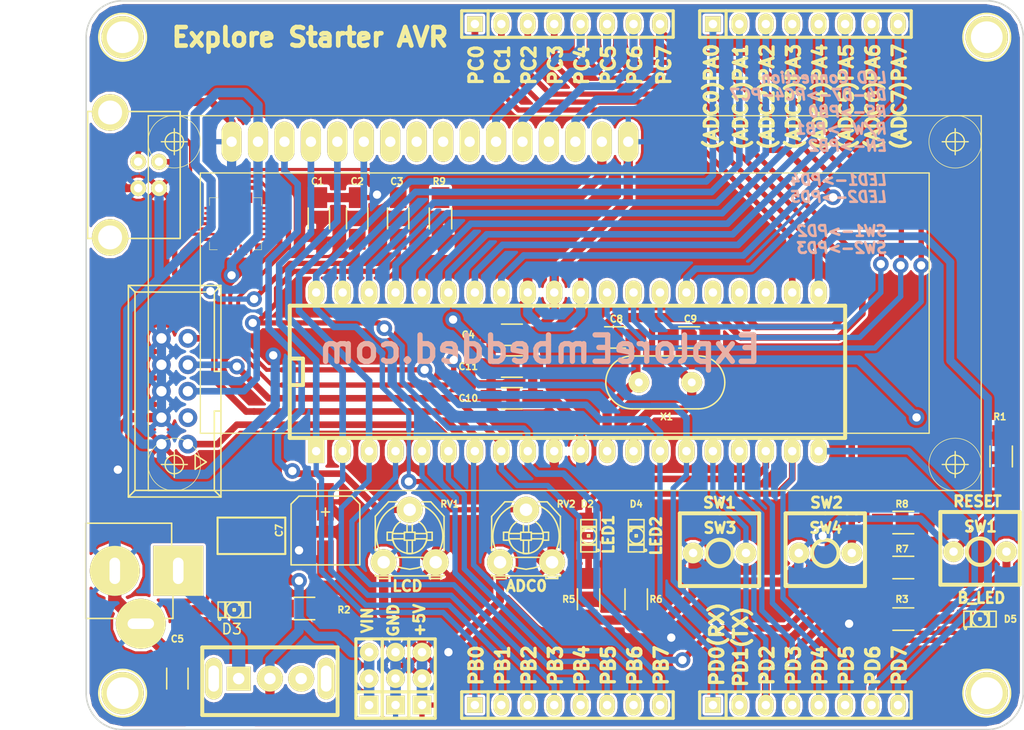
<source format=kicad_pcb>
(kicad_pcb (version 4) (host pcbnew 4.0.5)
  (layers (0 F.Cu signal) (31 B.Cu signal) (34 B.Paste user) (35 F.Paste user) (36 B.SilkS user) (37 F.SilkS user) (38 B.Mask user) (39 F.Mask user) (44 Edge.Cuts user))
  (net 0 "")
  (net 1 /+5V)
  (net 2 /BL)
  (net 3 /D4)
  (net 4 /D5)
  (net 5 /D6)
  (net 6 /D7)
  (net 7 "/DC IN")
  (net 8 /DRST)
  (net 9 /E)
  (net 10 /MISO)
  (net 11 /MOSI)
  (net 12 /R/W)
  (net 13 /RS)
  (net 14 /S1)
  (net 15 /S2)
  (net 16 /SCK)
  (net 17 /rst)
  (net 18 /rxd)
  (net 19 /txd)
  (net 20 GND)
  (net 21 "Net-(C2-Pad2)")
  (net 22 "Net-(C8-Pad2)")
  (net 23 "Net-(C9-Pad2)")
  (net 24 "Net-(D2-Pad2)")
  (net 25 "Net-(D3-Pad1)")
  (net 26 "Net-(D4-Pad2)")
  (net 27 "Net-(D5-Pad2)")
  (net 28 "Net-(IC1-Pad4)")
  (net 29 "Net-(IC1-Pad5)")
  (net 30 "Net-(IC1-Pad21)")
  (net 31 "Net-(IC1-Pad22)")
  (net 32 "Net-(IC1-Pad23)")
  (net 33 "Net-(IC1-Pad24)")
  (net 34 "Net-(IC1-Pad25)")
  (net 35 "Net-(IC1-Pad33)")
  (net 36 "Net-(IC1-Pad34)")
  (net 37 "Net-(IC1-Pad35)")
  (net 38 "Net-(IC1-Pad36)")
  (net 39 "Net-(IC1-Pad37)")
  (net 40 "Net-(IC1-Pad38)")
  (net 41 "Net-(IC1-Pad39)")
  (net 42 /ADC0)
  (net 43 "Net-(K1-Pad1)")
  (net 44 "Net-(LCD1-Pad3)")
  (net 45 "Net-(LCD1-Pad7)")
  (net 46 "Net-(LCD1-Pad8)")
  (net 47 "Net-(LCD1-Pad9)")
  (net 48 "Net-(LCD1-Pad10)")
  (net 49 "Net-(LCD1-Pad15)")
  (net 50 "Net-(P6-Pad3)")
  (net 51 "Net-(U1-Pad2)")
  (net 52 "Net-(U1-Pad1)")
  (net 53 "Net-(U1-Pad27)")
  (net 54 "Net-(U1-Pad24)")
  (net 55 "Net-(U1-Pad23)")
  (net 56 "Net-(U1-Pad22)")
  (net 57 "Net-(U1-Pad21)")
  (net 58 "Net-(U1-Pad20)")
  (net 59 "Net-(U1-Pad18)")
  (net 60 "Net-(U1-Pad17)")
  (net 61 "Net-(U1-Pad16)")
  (net 62 "Net-(U1-Pad15)")
  (net 63 "Net-(U1-Pad14)")
  (net 64 "Net-(U1-Pad13)")
  (net 65 "Net-(U1-Pad12)")
  (net 66 "Net-(U1-Pad11)")
  (net 67 "Net-(U1-Pad10)")
  (net 68 "Net-(U1-Pad9)")
  (net 69 "Net-(CON1-Pad2)")
  (net 70 "Net-(CON1-Pad3)")
  (net 71 /L1)
  (net 72 /L2)
  (module Connect:USB_B (layer F.Cu) (at 48.024 63.009 180)
    (fp_text reference CON1 hide)
    (fp_text value USB-MICRO-B hide)
    (pad 2 thru_hole circle (at 0 2.54 90) (size 1.524 1.524) (drill 0.8128) (layers *.Cu *.Mask F.SilkS) (net 69 "Net-(CON1-Pad2)"))
    (pad 1 thru_hole circle (at 0 0 90) (size 1.524 1.524) (drill 0.8128) (layers *.Cu *.Mask F.SilkS) (net 1 /+5V))
    (pad 4 thru_hole circle (at 1.99898 0 90) (size 1.524 1.524) (drill 0.8128) (layers *.Cu *.Mask F.SilkS) (net 20 GND))
    (pad 3 thru_hole circle (at 1.99898 2.54 90) (size 1.524 1.524) (drill 0.8128) (layers *.Cu *.Mask F.SilkS) (net 70 "Net-(CON1-Pad3)"))
    (pad "" thru_hole circle (at 4.699 7.26948 90) (size 3.5 3.5) (drill 2.30124) (layers *.Cu *.Mask F.SilkS))
    (pad "" thru_hole circle (at 4.699 -4.72948 90) (size 3.5 3.5) (drill 2.30124) (layers *.Cu *.Mask F.SilkS))
  )
  (module EE:SW_PUSH_SMALL_2pin_3D_xl (layer F.Cu) (at 112.014 98.044)
    (fp_text reference SW4 (at 0.04572 -2.40284) (layer F.SilkS) (effects (font (size 1.016 1.016) (thickness 0.254))))
    (fp_text value SPST hide)
    (pad 1 thru_hole circle (at -2.54 0) (size 2 2) (drill 0.8128) (layers *.Cu *.Mask F.SilkS) (net 20 GND))
    (pad 2 thru_hole circle (at 2.54 0) (size 2 2) (drill 0.8128) (layers *.Cu *.Mask F.SilkS) (net 15 /S2))
  )
  (module Capacitors_SMD:c_elec_6.3x4.5 (layer F.Cu) (at 64.008 95.885 90)
    (fp_text reference C7 (at 0 -4.445 90) (layer F.SilkS) (effects (font (size 0.635 0.635))))
    (fp_text value "100uF, 25V" hide)
    (pad 1 smd rect (at 2.75082 0 90) (size 3.59918 1.6002) (layers F.Cu F.Paste F.Mask) (net 1 /+5V))
    (pad 2 smd rect (at -2.75082 0 90) (size 3.59918 1.6002) (layers F.Cu F.Paste F.Mask) (net 20 GND))
  )
  (module SIL-3 (layer F.Cu) (at 68.199 110.109 90)
    (fp_text reference K4 hide)
    (fp_text value CONN_3 hide)
    (pad 1 thru_hole rect (at -2.54 0 90) (size 1.8 1.8) (drill 0.8128) (layers *.Cu *.Mask F.SilkS) (net 7 "/DC IN"))
    (pad 2 thru_hole circle (at 0 0 90) (size 1.8 1.8) (drill 0.8128) (layers *.Cu *.Mask F.SilkS) (net 7 "/DC IN"))
    (pad 3 thru_hole circle (at 2.54 0 90) (size 1.8 1.8) (drill 0.8128) (layers *.Cu *.Mask F.SilkS) (net 7 "/DC IN"))
  )
  (module SIL-3 (layer F.Cu) (at 70.739 110.109 90)
    (fp_text reference K3 hide)
    (fp_text value CONN_3 hide)
    (pad 1 thru_hole rect (at -2.54 0 90) (size 1.8 1.8) (drill 0.8128) (layers *.Cu *.Mask F.SilkS) (net 20 GND))
    (pad 2 thru_hole circle (at 0 0 90) (size 1.8 1.8) (drill 0.8128) (layers *.Cu *.Mask F.SilkS) (net 20 GND))
    (pad 3 thru_hole circle (at 2.54 0 90) (size 1.8 1.8) (drill 0.8128) (layers *.Cu *.Mask F.SilkS) (net 20 GND))
  )
  (module SIL-3 (layer F.Cu) (at 73.279 110.109 90)
    (fp_text reference K2 hide)
    (fp_text value CONN_3 hide)
    (pad 1 thru_hole rect (at -2.54 0 90) (size 1.8 1.8) (drill 0.8128) (layers *.Cu *.Mask F.SilkS) (net 1 /+5V))
    (pad 2 thru_hole circle (at 0 0 90) (size 1.8 1.8) (drill 0.8128) (layers *.Cu *.Mask F.SilkS) (net 1 /+5V))
    (pad 3 thru_hole circle (at 2.54 0 90) (size 1.8 1.8) (drill 0.8128) (layers *.Cu *.Mask F.SilkS) (net 1 /+5V))
  )
  (module DIP-40__600_ELL (layer F.Cu) (at 87.249 80.645)
    (fp_text reference IC1 hide)
    (fp_text value ATMEGA32-P hide)
    (pad 1 thru_hole rect (at -24.13 7.62) (size 1.5748 2.286) (drill 0.8128) (layers *.Cu *.Mask F.SilkS) (net 13 /RS))
    (pad 2 thru_hole oval (at -21.59 7.62) (size 1.5748 2.286) (drill 0.8128) (layers *.Cu *.Mask F.SilkS) (net 12 /R/W))
    (pad 3 thru_hole oval (at -19.05 7.62) (size 1.5748 2.286) (drill 0.8128) (layers *.Cu *.Mask F.SilkS) (net 9 /E))
    (pad 4 thru_hole oval (at -16.51 7.62) (size 1.5748 2.286) (drill 0.8128) (layers *.Cu *.Mask F.SilkS) (net 28 "Net-(IC1-Pad4)"))
    (pad 5 thru_hole oval (at -13.97 7.62) (size 1.5748 2.286) (drill 0.8128) (layers *.Cu *.Mask F.SilkS) (net 29 "Net-(IC1-Pad5)"))
    (pad 6 thru_hole oval (at -11.43 7.62) (size 1.5748 2.286) (drill 0.8128) (layers *.Cu *.Mask F.SilkS) (net 11 /MOSI))
    (pad 7 thru_hole oval (at -8.89 7.62) (size 1.5748 2.286) (drill 0.8128) (layers *.Cu *.Mask F.SilkS) (net 10 /MISO))
    (pad 8 thru_hole oval (at -6.35 7.62) (size 1.5748 2.286) (drill 0.8128) (layers *.Cu *.Mask F.SilkS) (net 16 /SCK))
    (pad 9 thru_hole oval (at -3.81 7.62) (size 1.5748 2.286) (drill 0.8128) (layers *.Cu *.Mask F.SilkS) (net 17 /rst))
    (pad 10 thru_hole oval (at -1.27 7.62) (size 1.5748 2.286) (drill 0.8128) (layers *.Cu *.Mask F.SilkS) (net 1 /+5V))
    (pad 11 thru_hole oval (at 1.27 7.62) (size 1.5748 2.286) (drill 0.8128) (layers *.Cu *.Mask F.SilkS) (net 20 GND))
    (pad 12 thru_hole oval (at 3.81 7.62) (size 1.5748 2.286) (drill 0.8128) (layers *.Cu *.Mask F.SilkS) (net 22 "Net-(C8-Pad2)"))
    (pad 13 thru_hole oval (at 6.35 7.62) (size 1.5748 2.286) (drill 0.8128) (layers *.Cu *.Mask F.SilkS) (net 23 "Net-(C9-Pad2)"))
    (pad 14 thru_hole oval (at 8.89 7.62) (size 1.5748 2.286) (drill 0.8128) (layers *.Cu *.Mask F.SilkS) (net 18 /rxd))
    (pad 15 thru_hole oval (at 11.43 7.62) (size 1.5748 2.286) (drill 0.8128) (layers *.Cu *.Mask F.SilkS) (net 19 /txd))
    (pad 16 thru_hole oval (at 13.97 7.62) (size 1.5748 2.286) (drill 0.8128) (layers *.Cu *.Mask F.SilkS) (net 14 /S1))
    (pad 17 thru_hole oval (at 16.51 7.62) (size 1.5748 2.286) (drill 0.8128) (layers *.Cu *.Mask F.SilkS) (net 15 /S2))
    (pad 18 thru_hole oval (at 19.05 7.62) (size 1.5748 2.286) (drill 0.8128) (layers *.Cu *.Mask F.SilkS) (net 71 /L1))
    (pad 19 thru_hole oval (at 21.59 7.62) (size 1.5748 2.286) (drill 0.8128) (layers *.Cu *.Mask F.SilkS) (net 72 /L2))
    (pad 20 thru_hole oval (at 24.13 7.62) (size 1.5748 2.286) (drill 0.8128) (layers *.Cu *.Mask F.SilkS) (net 2 /BL))
    (pad 21 thru_hole oval (at 24.13 -7.62) (size 1.5748 2.286) (drill 0.8128) (layers *.Cu *.Mask F.SilkS) (net 30 "Net-(IC1-Pad21)"))
    (pad 22 thru_hole oval (at 21.59 -7.62) (size 1.5748 2.286) (drill 0.8128) (layers *.Cu *.Mask F.SilkS) (net 31 "Net-(IC1-Pad22)"))
    (pad 23 thru_hole oval (at 19.05 -7.62) (size 1.5748 2.286) (drill 0.8128) (layers *.Cu *.Mask F.SilkS) (net 32 "Net-(IC1-Pad23)"))
    (pad 24 thru_hole oval (at 16.51 -7.62) (size 1.5748 2.286) (drill 0.8128) (layers *.Cu *.Mask F.SilkS) (net 33 "Net-(IC1-Pad24)"))
    (pad 25 thru_hole oval (at 13.97 -7.62) (size 1.5748 2.286) (drill 0.8128) (layers *.Cu *.Mask F.SilkS) (net 34 "Net-(IC1-Pad25)"))
    (pad 26 thru_hole oval (at 11.43 -7.62) (size 1.5748 2.286) (drill 0.8128) (layers *.Cu *.Mask F.SilkS) (net 3 /D4))
    (pad 27 thru_hole oval (at 8.89 -7.62) (size 1.5748 2.286) (drill 0.8128) (layers *.Cu *.Mask F.SilkS) (net 4 /D5))
    (pad 28 thru_hole oval (at 6.35 -7.62) (size 1.5748 2.286) (drill 0.8128) (layers *.Cu *.Mask F.SilkS) (net 5 /D6))
    (pad 29 thru_hole oval (at 3.81 -7.62) (size 1.5748 2.286) (drill 0.8128) (layers *.Cu *.Mask F.SilkS) (net 6 /D7))
    (pad 30 thru_hole oval (at 1.27 -7.62) (size 1.5748 2.286) (drill 0.8128) (layers *.Cu *.Mask F.SilkS) (net 1 /+5V))
    (pad 31 thru_hole oval (at -1.27 -7.62) (size 1.5748 2.286) (drill 0.8128) (layers *.Cu *.Mask F.SilkS) (net 20 GND))
    (pad 32 thru_hole oval (at -3.81 -7.62) (size 1.5748 2.286) (drill 0.8128) (layers *.Cu *.Mask F.SilkS) (net 1 /+5V))
    (pad 33 thru_hole oval (at -6.35 -7.62) (size 1.5748 2.286) (drill 0.8128) (layers *.Cu *.Mask F.SilkS) (net 35 "Net-(IC1-Pad33)"))
    (pad 34 thru_hole oval (at -8.89 -7.62) (size 1.5748 2.286) (drill 0.8128) (layers *.Cu *.Mask F.SilkS) (net 36 "Net-(IC1-Pad34)"))
    (pad 35 thru_hole oval (at -11.43 -7.62) (size 1.5748 2.286) (drill 0.8128) (layers *.Cu *.Mask F.SilkS) (net 37 "Net-(IC1-Pad35)"))
    (pad 36 thru_hole oval (at -13.97 -7.62) (size 1.5748 2.286) (drill 0.8128) (layers *.Cu *.Mask F.SilkS) (net 38 "Net-(IC1-Pad36)"))
    (pad 37 thru_hole oval (at -16.51 -7.62) (size 1.5748 2.286) (drill 0.8128) (layers *.Cu *.Mask F.SilkS) (net 39 "Net-(IC1-Pad37)"))
    (pad 38 thru_hole oval (at -19.05 -7.62) (size 1.5748 2.286) (drill 0.8128) (layers *.Cu *.Mask F.SilkS) (net 40 "Net-(IC1-Pad38)"))
    (pad 39 thru_hole oval (at -21.59 -7.62) (size 1.5748 2.286) (drill 0.8128) (layers *.Cu *.Mask F.SilkS) (net 41 "Net-(IC1-Pad39)"))
    (pad 40 thru_hole oval (at -24.13 -7.62) (size 1.5748 2.286) (drill 0.8128) (layers *.Cu *.Mask F.SilkS) (net 42 /ADC0))
  )
  (module SIL-8_xl (layer F.Cu) (at 87.249 112.649)
    (fp_text reference J3 hide)
    (fp_text value SIL8 hide)
    (pad 1 thru_hole rect (at -8.89 0) (size 1.5 1.5) (drill 0.8128) (layers *.Cu *.Mask F.SilkS) (net 13 /RS))
    (pad 2 thru_hole oval (at -6.35 0) (size 1.5 2) (drill 0.8128) (layers *.Cu *.Mask F.SilkS) (net 12 /R/W))
    (pad 3 thru_hole oval (at -3.81 0) (size 1.5 2) (drill 0.8128) (layers *.Cu *.Mask F.SilkS) (net 9 /E))
    (pad 4 thru_hole oval (at -1.27 0) (size 1.5 2) (drill 0.8128) (layers *.Cu *.Mask F.SilkS) (net 28 "Net-(IC1-Pad4)"))
    (pad 5 thru_hole oval (at 1.27 0) (size 1.5 2) (drill 0.8128) (layers *.Cu *.Mask F.SilkS) (net 29 "Net-(IC1-Pad5)"))
    (pad 6 thru_hole oval (at 3.81 0) (size 1.5 2) (drill 0.8128) (layers *.Cu *.Mask F.SilkS) (net 11 /MOSI))
    (pad 7 thru_hole oval (at 6.35 0) (size 1.5 2) (drill 0.8128) (layers *.Cu *.Mask F.SilkS) (net 10 /MISO))
    (pad 8 thru_hole oval (at 8.89 0) (size 1.5 2) (drill 0.8128) (layers *.Cu *.Mask F.SilkS) (net 16 /SCK))
  )
  (module SIL-8_xl (layer F.Cu) (at 110.109 47.244)
    (fp_text reference J2 hide)
    (fp_text value SIL8 hide)
    (pad 1 thru_hole rect (at -8.89 0) (size 1.5 1.5) (drill 0.8128) (layers *.Cu *.Mask F.SilkS) (net 42 /ADC0))
    (pad 2 thru_hole oval (at -6.35 0) (size 1.5 2) (drill 0.8128) (layers *.Cu *.Mask F.SilkS) (net 41 "Net-(IC1-Pad39)"))
    (pad 3 thru_hole oval (at -3.81 0) (size 1.5 2) (drill 0.8128) (layers *.Cu *.Mask F.SilkS) (net 40 "Net-(IC1-Pad38)"))
    (pad 4 thru_hole oval (at -1.27 0) (size 1.5 2) (drill 0.8128) (layers *.Cu *.Mask F.SilkS) (net 39 "Net-(IC1-Pad37)"))
    (pad 5 thru_hole oval (at 1.27 0) (size 1.5 2) (drill 0.8128) (layers *.Cu *.Mask F.SilkS) (net 38 "Net-(IC1-Pad36)"))
    (pad 6 thru_hole oval (at 3.81 0) (size 1.5 2) (drill 0.8128) (layers *.Cu *.Mask F.SilkS) (net 37 "Net-(IC1-Pad35)"))
    (pad 7 thru_hole oval (at 6.35 0) (size 1.5 2) (drill 0.8128) (layers *.Cu *.Mask F.SilkS) (net 36 "Net-(IC1-Pad34)"))
    (pad 8 thru_hole oval (at 8.89 0) (size 1.5 2) (drill 0.8128) (layers *.Cu *.Mask F.SilkS) (net 35 "Net-(IC1-Pad33)"))
  )
  (module SIL-8_xl (layer F.Cu) (at 87.249 47.244)
    (fp_text reference J4 hide)
    (fp_text value SIL8 hide)
    (pad 1 thru_hole rect (at -8.89 0) (size 1.5 1.5) (drill 0.8128) (layers *.Cu *.Mask F.SilkS) (net 31 "Net-(IC1-Pad22)"))
    (pad 2 thru_hole oval (at -6.35 0) (size 1.5 2) (drill 0.8128) (layers *.Cu *.Mask F.SilkS) (net 32 "Net-(IC1-Pad23)"))
    (pad 3 thru_hole oval (at -3.81 0) (size 1.5 2) (drill 0.8128) (layers *.Cu *.Mask F.SilkS) (net 33 "Net-(IC1-Pad24)"))
    (pad 4 thru_hole oval (at -1.27 0) (size 1.5 2) (drill 0.8128) (layers *.Cu *.Mask F.SilkS) (net 34 "Net-(IC1-Pad25)"))
    (pad 5 thru_hole oval (at 1.27 0) (size 1.5 2) (drill 0.8128) (layers *.Cu *.Mask F.SilkS) (net 3 /D4))
    (pad 6 thru_hole oval (at 3.81 0) (size 1.5 2) (drill 0.8128) (layers *.Cu *.Mask F.SilkS) (net 4 /D5))
    (pad 7 thru_hole oval (at 6.35 0) (size 1.5 2) (drill 0.8128) (layers *.Cu *.Mask F.SilkS) (net 5 /D6))
    (pad 8 thru_hole oval (at 8.89 0) (size 1.5 2) (drill 0.8128) (layers *.Cu *.Mask F.SilkS) (net 6 /D7))
  )
  (module SIL-8_xl (layer F.Cu) (at 110.109 112.649)
    (fp_text reference J5 hide)
    (fp_text value SIL8 hide)
    (pad 1 thru_hole rect (at -8.89 0) (size 1.5 1.5) (drill 0.8128) (layers *.Cu *.Mask F.SilkS) (net 18 /rxd))
    (pad 2 thru_hole oval (at -6.35 0) (size 1.5 2) (drill 0.8128) (layers *.Cu *.Mask F.SilkS) (net 19 /txd))
    (pad 3 thru_hole oval (at -3.81 0) (size 1.5 2) (drill 0.8128) (layers *.Cu *.Mask F.SilkS) (net 14 /S1))
    (pad 4 thru_hole oval (at -1.27 0) (size 1.5 2) (drill 0.8128) (layers *.Cu *.Mask F.SilkS) (net 15 /S2))
    (pad 5 thru_hole oval (at 1.27 0) (size 1.5 2) (drill 0.8128) (layers *.Cu *.Mask F.SilkS) (net 71 /L1))
    (pad 6 thru_hole oval (at 3.81 0) (size 1.5 2) (drill 0.8128) (layers *.Cu *.Mask F.SilkS) (net 72 /L2))
    (pad 7 thru_hole oval (at 6.35 0) (size 1.5 2) (drill 0.8128) (layers *.Cu *.Mask F.SilkS) (net 2 /BL))
    (pad 8 thru_hole oval (at 8.89 0) (size 1.5 2) (drill 0.8128) (layers *.Cu *.Mask F.SilkS) (net 30 "Net-(IC1-Pad21)"))
  )
  (module Connect:VASCH5x2 (layer F.Cu) (at 49.524 82.509 90)
    (fp_text reference P6 hide)
    (fp_text value CONN_5X2 hide)
    (pad 1 thru_hole circle (at -5.08 1.27 90) (size 1.8 1.8) (drill 0.99822) (layers *.Cu *.Mask) (net 11 /MOSI))
    (pad 2 thru_hole circle (at -5.08 -1.27 90) (size 1.8 1.8) (drill 0.99822) (layers *.Cu *.Mask) (net 1 /+5V))
    (pad 3 thru_hole circle (at -2.54 1.27 90) (size 1.8 1.8) (drill 0.99822) (layers *.Cu *.Mask) (net 50 "Net-(P6-Pad3)"))
    (pad 4 thru_hole circle (at -2.54 -1.27 90) (size 1.8 1.8) (drill 0.99822) (layers *.Cu *.Mask) (net 20 GND))
    (pad 5 thru_hole circle (at 0 1.27 90) (size 1.8 1.8) (drill 0.99822) (layers *.Cu *.Mask) (net 17 /rst))
    (pad 6 thru_hole circle (at 0 -1.27 90) (size 1.8 1.8) (drill 0.99822) (layers *.Cu *.Mask) (net 20 GND))
    (pad 7 thru_hole circle (at 2.54 1.27 90) (size 1.8 1.8) (drill 0.99822) (layers *.Cu *.Mask) (net 16 /SCK))
    (pad 8 thru_hole circle (at 2.54 -1.27 90) (size 1.8 1.8) (drill 0.99822) (layers *.Cu *.Mask) (net 20 GND))
    (pad 9 thru_hole circle (at 5.08 1.27 90) (size 1.8 1.8) (drill 0.99822) (layers *.Cu *.Mask) (net 10 /MISO))
    (pad 10 thru_hole circle (at 5.08 -1.27 90) (size 1.8 1.8) (drill 0.99822) (layers *.Cu *.Mask) (net 20 GND))
  )
  (module Potentiometers:Potentiometer_Triwood_RM-065 (layer F.Cu) (at 69.596 98.933)
    (fp_text reference RV1 (at 6.35 -5.588) (layer F.SilkS) (effects (font (size 0.635 0.635))))
    (fp_text value 10K hide)
    (pad 2 thru_hole circle (at 2.49936 -5.03936) (size 2.49936 2.49936) (drill 1.19888) (layers *.Cu *.Mask F.SilkS) (net 44 "Net-(LCD1-Pad3)"))
    (pad 3 thru_hole circle (at 4.99872 0) (size 2.49936 2.49936) (drill 1.19888) (layers *.Cu *.Mask F.SilkS) (net 1 /+5V))
    (pad 1 thru_hole circle (at 0 0) (size 2.49936 2.49936) (drill 1.19888) (layers *.Cu *.Mask F.SilkS) (net 20 GND))
  )
  (module Potentiometers:Potentiometer_Triwood_RM-065 (layer F.Cu) (at 80.772 98.933)
    (fp_text reference RV2 (at 6.35 -5.588) (layer F.SilkS) (effects (font (size 0.635 0.635))))
    (fp_text value 10K hide)
    (pad 2 thru_hole circle (at 2.49936 -5.03936) (size 2.49936 2.49936) (drill 1.19888) (layers *.Cu *.Mask F.SilkS) (net 42 /ADC0))
    (pad 3 thru_hole circle (at 4.99872 0) (size 2.49936 2.49936) (drill 1.19888) (layers *.Cu *.Mask F.SilkS) (net 1 /+5V))
    (pad 1 thru_hole circle (at 0 0) (size 2.49936 2.49936) (drill 1.19888) (layers *.Cu *.Mask F.SilkS) (net 20 GND))
  )
  (module EE:SW_PUSH_SMALL_2pin_3D_xl (layer F.Cu) (at 126.873 97.917)
    (fp_text reference SW1 (at 0.04572 -2.40284) (layer F.SilkS) (effects (font (size 1.016 1.016) (thickness 0.254))))
    (fp_text value rst hide)
    (pad 1 thru_hole circle (at -2.54 0) (size 2 2) (drill 0.8128) (layers *.Cu *.Mask F.SilkS) (net 17 /rst))
    (pad 2 thru_hole circle (at 2.54 0) (size 2 2) (drill 0.8128) (layers *.Cu *.Mask F.SilkS) (net 20 GND))
  )
  (module EE:cp2102_xl2 (layer F.Cu) (at 55.372 66.421)
    (fp_text reference U1 hide)
    (fp_text value CP2102 hide)
    (pad 7 smd rect (at -2.49936 1.50114) (size 1.00076 0.23114) (layers F.Cu F.Paste F.Mask) (net 1 /+5V))
    (pad 6 smd rect (at -2.49936 1.00076) (size 1.00076 0.23114) (layers F.Cu F.Paste F.Mask) (net 21 "Net-(C2-Pad2)"))
    (pad 5 smd rect (at -2.49936 0.50038) (size 1.00076 0.23114) (layers F.Cu F.Paste F.Mask) (net 69 "Net-(CON1-Pad2)"))
    (pad 4 smd rect (at -2.49936 0) (size 1.00076 0.23114) (layers F.Cu F.Paste F.Mask) (net 70 "Net-(CON1-Pad3)"))
    (pad 3 smd rect (at -2.49936 -0.50038) (size 1.00076 0.23114) (layers F.Cu F.Paste F.Mask) (net 20 GND))
    (pad 2 smd rect (at -2.49936 -1.00076) (size 1.00076 0.23114) (layers F.Cu F.Paste F.Mask) (net 51 "Net-(U1-Pad2)"))
    (pad 1 smd rect (at -2.49936 -1.50114) (size 1.00076 0.23114) (layers F.Cu F.Paste F.Mask) (net 52 "Net-(U1-Pad1)"))
    (pad 28 smd rect (at -1.50114 -2.49936) (size 0.23114 1.00076) (layers F.Cu F.Paste F.Mask) (net 8 /DRST))
    (pad 27 smd rect (at -1.00076 -2.49936) (size 0.23114 1.00076) (layers F.Cu F.Paste F.Mask) (net 53 "Net-(U1-Pad27)"))
    (pad 26 smd rect (at -0.50038 -2.49936) (size 0.23114 1.00076) (layers F.Cu F.Paste F.Mask) (net 18 /rxd))
    (pad 25 smd rect (at 0 -2.49936) (size 0.23114 1.00076) (layers F.Cu F.Paste F.Mask) (net 19 /txd))
    (pad 24 smd rect (at 0.50038 -2.49936) (size 0.23114 1.00076) (layers F.Cu F.Paste F.Mask) (net 54 "Net-(U1-Pad24)"))
    (pad 23 smd rect (at 1.00076 -2.49936) (size 0.23114 1.00076) (layers F.Cu F.Paste F.Mask) (net 55 "Net-(U1-Pad23)"))
    (pad 22 smd rect (at 1.50114 -2.49936) (size 0.23114 1.00076) (layers F.Cu F.Paste F.Mask) (net 56 "Net-(U1-Pad22)"))
    (pad 21 smd rect (at 2.49936 -1.50114) (size 1.00076 0.23114) (layers F.Cu F.Paste F.Mask) (net 57 "Net-(U1-Pad21)"))
    (pad 20 smd rect (at 2.49936 -1.00076) (size 1.00076 0.23114) (layers F.Cu F.Paste F.Mask) (net 58 "Net-(U1-Pad20)"))
    (pad 19 smd rect (at 2.49936 -0.50038) (size 1.00076 0.23114) (layers F.Cu F.Paste F.Mask))
    (pad 18 smd rect (at 2.49936 0) (size 1.00076 0.23114) (layers F.Cu F.Paste F.Mask) (net 59 "Net-(U1-Pad18)"))
    (pad 17 smd rect (at 2.49936 0.50038) (size 1.00076 0.23114) (layers F.Cu F.Paste F.Mask) (net 60 "Net-(U1-Pad17)"))
    (pad 16 smd rect (at 2.49936 1.00076) (size 1.00076 0.23114) (layers F.Cu F.Paste F.Mask) (net 61 "Net-(U1-Pad16)"))
    (pad 15 smd rect (at 2.49936 1.50114) (size 1.00076 0.23114) (layers F.Cu F.Paste F.Mask) (net 62 "Net-(U1-Pad15)"))
    (pad 14 smd rect (at 1.50114 2.49936) (size 0.23114 1.00076) (layers F.Cu F.Paste F.Mask) (net 63 "Net-(U1-Pad14)"))
    (pad 13 smd rect (at 1.00076 2.49936) (size 0.23114 1.00076) (layers F.Cu F.Paste F.Mask) (net 64 "Net-(U1-Pad13)"))
    (pad 12 smd rect (at 0.50038 2.49936) (size 0.23114 1.00076) (layers F.Cu F.Paste F.Mask) (net 65 "Net-(U1-Pad12)"))
    (pad 11 smd rect (at 0 2.49936) (size 0.23114 1.00076) (layers F.Cu F.Paste F.Mask) (net 66 "Net-(U1-Pad11)"))
    (pad 10 smd rect (at -0.50038 2.49936) (size 0.23114 1.00076) (layers F.Cu F.Paste F.Mask) (net 67 "Net-(U1-Pad10)"))
    (pad 9 smd rect (at -1.00076 2.49936) (size 0.23114 1.00076) (layers F.Cu F.Paste F.Mask) (net 68 "Net-(U1-Pad9)"))
    (pad 8 smd rect (at -1.50114 2.49936) (size 0.23114 1.00076) (layers F.Cu F.Paste F.Mask) (net 1 /+5V))
    (pad 29 smd rect (at 0 0) (size 1.50114 1.50114) (layers F.Cu F.Paste F.Mask))
    (pad "" smd circle (at -2.25044 -2.25044) (size 0.29972 0.29972) (layers F.Cu F.Paste F.Mask))
  )
  (module EE:lm1117_xl (layer F.Cu) (at 56.896 96.393)
    (fp_text reference U2 hide)
    (fp_text value LM317S hide)
    (pad 2 smd rect (at 0 2.75082) (size 1.00076 2.49936) (layers F.Cu F.Paste F.Mask) (net 1 /+5V))
    (pad 3 smd rect (at 2.25044 2.75082) (size 1.00076 2.49936) (layers F.Cu F.Paste F.Mask) (net 7 "/DC IN"))
    (pad 1 smd rect (at -2.25044 2.75082) (size 1.00076 2.49936) (layers F.Cu F.Paste F.Mask) (net 20 GND))
    (pad "" smd rect (at 0 -2.99974) (size 2.99974 2.49936) (layers F.Cu F.Paste F.Mask))
  )
  (module Crystals:HC-49V (layer F.Cu) (at 96.647 81.661 180)
    (fp_text reference X1 (at -0.127 -3.302 180) (layer F.SilkS) (effects (font (size 0.635 0.635))))
    (fp_text value 16Mhz hide)
    (pad 1 thru_hole circle (at -2.54 0 180) (size 2 2) (drill 0.762) (layers *.Cu *.Mask F.SilkS) (net 23 "Net-(C9-Pad2)"))
    (pad 2 thru_hole circle (at 2.54 0 180) (size 2 2) (drill 0.762) (layers *.Cu *.Mask F.SilkS) (net 22 "Net-(C8-Pad2)"))
  )
  (module Capacitors_SMD:C_1206_HandSoldering (layer F.Cu) (at 81.915 83.185)
    (fp_text reference C10 (at -4.191 0) (layer F.SilkS) (effects (font (size 0.635 0.635))))
    (fp_text value 0.1uF hide)
    (pad 1 smd rect (at -2 0) (size 2 1.6) (layers F.Cu F.Paste F.Mask) (net 1 /+5V))
    (pad 2 smd rect (at 2 0) (size 2 1.6) (layers F.Cu F.Paste F.Mask) (net 20 GND))
  )
  (module Capacitors_SMD:C_1206_HandSoldering (layer F.Cu) (at 81.915 80.137)
    (fp_text reference C11 (at -4.191 0) (layer F.SilkS) (effects (font (size 0.635 0.635))))
    (fp_text value 0.1uF hide)
    (pad 1 smd rect (at -2 0) (size 2 1.6) (layers F.Cu F.Paste F.Mask) (net 1 /+5V))
    (pad 2 smd rect (at 2 0) (size 2 1.6) (layers F.Cu F.Paste F.Mask) (net 20 GND))
  )
  (module Connect:1pin (layer F.Cu) (at 44.524 111.509)
    (fp_text reference P1 hide)
    (fp_text value CONN_1 hide)
    (pad "" np_thru_hole circle (at 0 0) (size 4.064 4.064) (drill 3.048) (layers *.Cu *.Mask F.SilkS))
  )
  (module Connect:1pin (layer F.Cu) (at 44.524 48.509)
    (fp_text reference P2 hide)
    (fp_text value CONN_1 hide)
    (pad "" np_thru_hole circle (at 0 0) (size 4.064 4.064) (drill 3.048) (layers *.Cu *.Mask F.SilkS))
  )
  (module Connect:1pin (layer F.Cu) (at 127.524 48.509)
    (fp_text reference P3 hide)
    (fp_text value CONN_1 hide)
    (pad "" np_thru_hole circle (at 0 0) (size 4.064 4.064) (drill 3.048) (layers *.Cu *.Mask F.SilkS))
  )
  (module Connect:1pin (layer F.Cu) (at 127.524 111.509)
    (fp_text reference P4 hide)
    (fp_text value CONN_1 hide)
    (pad "" np_thru_hole circle (at 0 0) (size 4.064 4.064) (drill 3.048) (layers *.Cu *.Mask F.SilkS))
  )
  (module EE:SW_PUSH_SMALL_2pin_3D_xl (layer F.Cu) (at 101.854 98.044)
    (fp_text reference SW3 (at 0.04572 -2.40284) (layer F.SilkS) (effects (font (size 1.016 1.016) (thickness 0.254))))
    (fp_text value SPST hide)
    (pad 1 thru_hole circle (at -2.54 0) (size 2 2) (drill 0.8128) (layers *.Cu *.Mask F.SilkS) (net 20 GND))
    (pad 2 thru_hole circle (at 2.54 0) (size 2 2) (drill 0.8128) (layers *.Cu *.Mask F.SilkS) (net 14 /S1))
  )
  (module Capacitors_SMD:C_1206_HandSoldering (layer F.Cu) (at 63.373 65.913 90)
    (fp_text reference C1 (at 3.556 -0.127 180) (layer F.SilkS) (effects (font (size 0.635 0.635) (thickness 0.127))))
    (fp_text value 0.1uF hide)
    (pad 1 smd rect (at -2 0 90) (size 2 1.6) (layers F.Cu F.Paste F.Mask) (net 1 /+5V))
    (pad 2 smd rect (at 2 0 90) (size 2 1.6) (layers F.Cu F.Paste F.Mask) (net 20 GND))
  )
  (module Capacitors_SMD:C_1206_HandSoldering (layer F.Cu) (at 67.056 65.913 270)
    (fp_text reference C2 (at -3.556 0 360) (layer F.SilkS) (effects (font (size 0.635 0.635))))
    (fp_text value 0.1uF hide)
    (pad 1 smd rect (at -2 0 270) (size 2 1.6) (layers F.Cu F.Paste F.Mask) (net 20 GND))
    (pad 2 smd rect (at 2 0 270) (size 2 1.6) (layers F.Cu F.Paste F.Mask) (net 21 "Net-(C2-Pad2)"))
  )
  (module Capacitors_SMD:C_1206_HandSoldering (layer F.Cu) (at 70.993 65.913 270)
    (fp_text reference C3 (at -3.556 0.127 360) (layer F.SilkS) (effects (font (size 0.635 0.635))))
    (fp_text value 0.1uF hide)
    (pad 1 smd rect (at -2 0 270) (size 2 1.6) (layers F.Cu F.Paste F.Mask) (net 8 /DRST))
    (pad 2 smd rect (at 2 0 270) (size 2 1.6) (layers F.Cu F.Paste F.Mask) (net 17 /rst))
  )
  (module Capacitors_SMD:C_1206_HandSoldering (layer F.Cu) (at 81.915 77.089)
    (fp_text reference C4 (at -4.191 0) (layer F.SilkS) (effects (font (size 0.635 0.635))))
    (fp_text value 0.1uF hide)
    (pad 1 smd rect (at -2 0) (size 2 1.6) (layers F.Cu F.Paste F.Mask) (net 1 /+5V))
    (pad 2 smd rect (at 2 0) (size 2 1.6) (layers F.Cu F.Paste F.Mask) (net 20 GND))
  )
  (module Capacitors_SMD:C_1206_HandSoldering (layer F.Cu) (at 49.784 110.109 90)
    (fp_text reference C5 (at 3.81 0 180) (layer F.SilkS) (effects (font (size 0.635 0.635))))
    (fp_text value 0.1uF hide)
    (pad 1 smd rect (at -2 0 90) (size 2 1.6) (layers F.Cu F.Paste F.Mask) (net 7 "/DC IN"))
    (pad 2 smd rect (at 2 0 90) (size 2 1.6) (layers F.Cu F.Paste F.Mask) (net 20 GND))
  )
  (module Resistors_SMD:R_1206_HandSoldering (layer F.Cu) (at 128.905 88.773 90)
    (fp_text reference R1 (at 3.81 -0.127 180) (layer F.SilkS) (effects (font (size 0.635 0.635))))
    (fp_text value 10K hide)
    (pad 1 smd rect (at -2 0 90) (size 2 1.7) (layers F.Cu F.Paste F.Mask) (net 17 /rst))
    (pad 2 smd rect (at 2 0 90) (size 2 1.7) (layers F.Cu F.Paste F.Mask) (net 1 /+5V))
  )
  (module Resistors_SMD:R_1206_HandSoldering (layer F.Cu) (at 61.976 103.378)
    (fp_text reference R2 (at 3.81 0.127) (layer F.SilkS) (effects (font (size 0.635 0.635))))
    (fp_text value 470 hide)
    (pad 1 smd rect (at -2 0) (size 2 1.7) (layers F.Cu F.Paste F.Mask) (net 25 "Net-(D3-Pad1)"))
    (pad 2 smd rect (at 2 0) (size 2 1.7) (layers F.Cu F.Paste F.Mask) (net 1 /+5V))
  )
  (module Resistors_SMD:R_1206_HandSoldering (layer F.Cu) (at 119.507 104.394)
    (fp_text reference R3 (at -0.127 -1.905) (layer F.SilkS) (effects (font (size 0.635 0.635))))
    (fp_text value 470r hide)
    (pad 1 smd rect (at -2 0) (size 2 1.7) (layers F.Cu F.Paste F.Mask) (net 20 GND))
    (pad 2 smd rect (at 2 0) (size 2 1.7) (layers F.Cu F.Paste F.Mask) (net 27 "Net-(D5-Pad2)"))
  )
  (module Resistors_SMD:R_1206_HandSoldering (layer F.Cu) (at 89.281 102.489 90)
    (fp_text reference R5 (at 0 -1.905 180) (layer F.SilkS) (effects (font (size 0.635 0.635))))
    (fp_text value 470r hide)
    (pad 1 smd rect (at -2 0 90) (size 2 1.7) (layers F.Cu F.Paste F.Mask) (net 20 GND))
    (pad 2 smd rect (at 2 0 90) (size 2 1.7) (layers F.Cu F.Paste F.Mask) (net 24 "Net-(D2-Pad2)"))
  )
  (module Resistors_SMD:R_1206_HandSoldering (layer F.Cu) (at 93.853 102.489 90)
    (fp_text reference R6 (at 0 1.905 180) (layer F.SilkS) (effects (font (size 0.635 0.635))))
    (fp_text value 470r hide)
    (pad 1 smd rect (at -2 0 90) (size 2 1.7) (layers F.Cu F.Paste F.Mask) (net 20 GND))
    (pad 2 smd rect (at 2 0 90) (size 2 1.7) (layers F.Cu F.Paste F.Mask) (net 26 "Net-(D4-Pad2)"))
  )
  (module Resistors_SMD:R_1206_HandSoldering (layer F.Cu) (at 119.507 99.441)
    (fp_text reference R7 (at -0.127 -1.778) (layer F.SilkS) (effects (font (size 0.635 0.635))))
    (fp_text value 10k hide)
    (pad 1 smd rect (at -2 0) (size 2 1.7) (layers F.Cu F.Paste F.Mask) (net 14 /S1))
    (pad 2 smd rect (at 2 0) (size 2 1.7) (layers F.Cu F.Paste F.Mask) (net 1 /+5V))
  )
  (module Resistors_SMD:R_1206_HandSoldering (layer F.Cu) (at 119.507 95.123)
    (fp_text reference R8 (at -0.127 -1.778) (layer F.SilkS) (effects (font (size 0.635 0.635))))
    (fp_text value 10k hide)
    (pad 1 smd rect (at -2 0) (size 2 1.7) (layers F.Cu F.Paste F.Mask) (net 15 /S2))
    (pad 2 smd rect (at 2 0) (size 2 1.7) (layers F.Cu F.Paste F.Mask) (net 1 /+5V))
  )
  (module Resistors_SMD:R_1206_HandSoldering (layer F.Cu) (at 75.057 65.913 90)
    (fp_text reference R9 (at 3.556 -0.127 180) (layer F.SilkS) (effects (font (size 0.635 0.635))))
    (fp_text value 2.2k hide)
    (pad 1 smd rect (at -2 0 90) (size 2 1.7) (layers F.Cu F.Paste F.Mask) (net 1 /+5V))
    (pad 2 smd rect (at 2 0 90) (size 2 1.7) (layers F.Cu F.Paste F.Mask) (net 49 "Net-(LCD1-Pad15)"))
  )
  (module Capacitors_SMD:C_1206_HandSoldering (layer F.Cu) (at 91.821 77.343)
    (fp_text reference C8 (at 0.127 -1.778) (layer F.SilkS) (effects (font (size 0.635 0.635))))
    (fp_text value 22pF hide)
    (pad 1 smd rect (at -2 0) (size 2 1.6) (layers F.Cu F.Paste F.Mask) (net 20 GND))
    (pad 2 smd rect (at 2 0) (size 2 1.6) (layers F.Cu F.Paste F.Mask) (net 22 "Net-(C8-Pad2)"))
  )
  (module Capacitors_SMD:C_1206_HandSoldering (layer F.Cu) (at 98.933 77.343 180)
    (fp_text reference C9 (at -0.127 1.778 180) (layer F.SilkS) (effects (font (size 0.635 0.635))))
    (fp_text value 22pF hide)
    (pad 1 smd rect (at -2 0 180) (size 2 1.6) (layers F.Cu F.Paste F.Mask) (net 20 GND))
    (pad 2 smd rect (at 2 0 180) (size 2 1.6) (layers F.Cu F.Paste F.Mask) (net 23 "Net-(C9-Pad2)"))
  )
  (module EE:LED-1206_NEW (layer F.Cu) (at 89.281 96.393 270)
    (fp_text reference D2 (at -3.048 0.127 360) (layer F.SilkS) (effects (font (size 0.635 0.635))))
    (fp_text value LED hide)
    (pad 2 smd rect (at 1.41986 0 90) (size 1.59766 1.80086) (layers F.Cu F.Paste F.Mask) (net 24 "Net-(D2-Pad2)"))
    (pad 1 smd rect (at -1.41986 0 90) (size 1.59766 1.80086) (layers F.Cu F.Paste F.Mask) (net 71 /L1))
  )
  (module EE:LED-1206_NEW (layer F.Cu) (at 55.245 103.505 180)
    (fp_text reference D3 (at 0.236 -1.846 180) (layer F.SilkS))
    (fp_text value LED hide)
    (pad 2 smd rect (at 1.41986 0) (size 1.59766 1.80086) (layers F.Cu F.Paste F.Mask) (net 20 GND))
    (pad 1 smd rect (at -1.41986 0) (size 1.59766 1.80086) (layers F.Cu F.Paste F.Mask) (net 25 "Net-(D3-Pad1)"))
  )
  (module EE:LED-1206_NEW (layer F.Cu) (at 93.853 96.393 270)
    (fp_text reference D4 (at -3.048 0 360) (layer F.SilkS) (effects (font (size 0.635 0.635))))
    (fp_text value LED hide)
    (pad 2 smd rect (at 1.41986 0 90) (size 1.59766 1.80086) (layers F.Cu F.Paste F.Mask) (net 26 "Net-(D4-Pad2)"))
    (pad 1 smd rect (at -1.41986 0 90) (size 1.59766 1.80086) (layers F.Cu F.Paste F.Mask) (net 72 /L2))
  )
  (module EE:LED-1206_NEW (layer F.Cu) (at 126.873 104.394 180)
    (fp_text reference D5 (at -2.921 0 180) (layer F.SilkS) (effects (font (size 0.635 0.635))))
    (fp_text value LED hide)
    (pad 2 smd rect (at 1.41986 0) (size 1.59766 1.80086) (layers F.Cu F.Paste F.Mask) (net 27 "Net-(D5-Pad2)"))
    (pad 1 smd rect (at -1.41986 0) (size 1.59766 1.80086) (layers F.Cu F.Paste F.Mask) (net 2 /BL))
  )
  (module EE:DC_Jack (layer F.Cu) (at 43.774 99.759)
    (fp_text reference K1 hide)
    (fp_text value BARREL hide)
    (pad 2 thru_hole circle (at 0 0) (size 4.8006 4.8006) (drill oval 1.016 2.54) (layers *.Cu *.Mask F.SilkS) (net 20 GND))
    (pad 1 thru_hole rect (at 6.096 0) (size 4.8006 4.8006) (drill oval 1.016 2.54) (layers *.Cu *.Mask F.SilkS) (net 43 "Net-(K1-Pad1)"))
    (pad 3 thru_hole circle (at 2.5 5.08) (size 4.8006 4.8006) (drill oval 2.54 1.016) (layers *.Cu *.Mask F.SilkS) (net 20 GND))
  )
  (module EE:lcd_2x16_led_backlight-HY-1602F (layer F.Cu) (at 52.451 58.547)
    (fp_text reference LCD1 hide)
    (fp_text value LCD_2X16_SIL hide)
    (pad 1 thru_hole oval (at 2.54 0) (size 1.9304 3.8608) (drill 0.99822) (layers *.Cu *.Mask F.Paste F.SilkS) (net 20 GND))
    (pad 2 thru_hole oval (at 5.08 0) (size 1.9304 3.8608) (drill 0.99822) (layers *.Cu *.Mask F.Paste F.SilkS) (net 1 /+5V))
    (pad 3 thru_hole oval (at 7.62 0) (size 1.9304 3.8608) (drill 0.99822) (layers *.Cu *.Mask F.Paste F.SilkS) (net 44 "Net-(LCD1-Pad3)"))
    (pad 4 thru_hole oval (at 10.16 0) (size 1.9304 3.8608) (drill 0.99822) (layers *.Cu *.Mask F.Paste F.SilkS) (net 13 /RS))
    (pad 5 thru_hole oval (at 12.7 0) (size 1.9304 3.8608) (drill 0.99822) (layers *.Cu *.Mask F.Paste F.SilkS) (net 12 /R/W))
    (pad 6 thru_hole oval (at 15.24 0) (size 1.9304 3.8608) (drill 0.99822) (layers *.Cu *.Mask F.Paste F.SilkS) (net 9 /E))
    (pad 7 thru_hole oval (at 17.78 0) (size 1.9304 3.8608) (drill 0.99822) (layers *.Cu *.Mask F.Paste F.SilkS) (net 45 "Net-(LCD1-Pad7)"))
    (pad 8 thru_hole oval (at 20.32 0) (size 1.9304 3.8608) (drill 0.99822) (layers *.Cu *.Mask F.Paste F.SilkS) (net 46 "Net-(LCD1-Pad8)"))
    (pad 9 thru_hole oval (at 22.86 0) (size 1.9304 3.8608) (drill 0.99822) (layers *.Cu *.Mask F.Paste F.SilkS) (net 47 "Net-(LCD1-Pad9)"))
    (pad 10 thru_hole oval (at 25.4 0) (size 1.9304 3.8608) (drill 0.99822) (layers *.Cu *.Mask F.Paste F.SilkS) (net 48 "Net-(LCD1-Pad10)"))
    (pad 11 thru_hole oval (at 27.94 0) (size 1.9304 3.8608) (drill 0.99822) (layers *.Cu *.Mask F.Paste F.SilkS) (net 3 /D4))
    (pad 12 thru_hole oval (at 30.48 0) (size 1.9304 3.8608) (drill 0.99822) (layers *.Cu *.Mask F.Paste F.SilkS) (net 4 /D5))
    (pad 13 thru_hole oval (at 33.02 0) (size 1.9304 3.8608) (drill 0.99822) (layers *.Cu *.Mask F.Paste F.SilkS) (net 5 /D6))
    (pad 14 thru_hole oval (at 35.56 0) (size 1.9304 3.8608) (drill 0.99822) (layers *.Cu *.Mask F.Paste F.SilkS) (net 6 /D7))
    (pad 15 thru_hole oval (at 38.1 0) (size 1.9304 3.8608) (drill 0.99822) (layers *.Cu *.Mask F.Paste F.SilkS) (net 49 "Net-(LCD1-Pad15)"))
    (pad 16 thru_hole oval (at 40.64 0) (size 1.9304 3.8608) (drill 0.99822) (layers *.Cu *.Mask F.Paste F.SilkS) (net 20 GND))
  )
  (module EE:SlideSwitch_Big (layer F.Cu) (at 58.674 110.109)
    (fp_text reference SW2 hide)
    (fp_text value SPST hide)
    (pad 1 thru_hole rect (at -3 0) (size 2.3 2.3) (drill 1.1) (layers *.Cu *.Mask F.SilkS) (net 43 "Net-(K1-Pad1)"))
    (pad 2 thru_hole circle (at 0 0) (size 2.5 2.5) (drill 1.1) (layers *.Cu *.Mask F.SilkS) (net 7 "/DC IN"))
    (pad 3 thru_hole circle (at 3 0) (size 2.5 2.5) (drill 1.1) (layers *.Cu *.Mask F.SilkS))
    (pad "" thru_hole oval (at 5.40004 0) (size 1.651 4) (drill oval 1.016 2.5) (layers *.Cu *.Mask F.SilkS))
    (pad "" thru_hole oval (at -5.40004 0) (size 1.651 4) (drill oval 1.016 2.5) (layers *.Cu *.Mask F.SilkS))
  )
  (gr_line (start 131.024 49.009) (end 131.024 48.509) (angle 90) (layer Edge.Cuts) (width 0.15))
  (gr_arc (start 44.524 111.509) (end 44.524 115.009) (angle 90) (layer Edge.Cuts) (width 0.15))
  (gr_arc (start 44.524 48.509) (end 41.024 48.509) (angle 90) (layer Edge.Cuts) (width 0.15))
  (gr_arc (start 127.524 48.509) (end 127.524 45.009) (angle 90) (layer Edge.Cuts) (width 0.15))
  (gr_arc (start 127.524 111.509) (end 131.024 111.509) (angle 90) (layer Edge.Cuts) (width 0.15))
  (gr_line (start 44.524 115.009) (end 127.524 115.009) (angle 90) (layer Edge.Cuts) (width 0.15))
  (gr_line (start 41.024 48.509) (end 41.024 111.509) (angle 90) (layer Edge.Cuts) (width 0.15))
  (gr_line (start 127.524 45.009) (end 44.524 45.009) (angle 90) (layer Edge.Cuts) (width 0.15))
  (gr_line (start 131.024 111.509) (end 131.024 49.009) (angle 90) (layer Edge.Cuts) (width 0.15))
  (gr_text B_LED (at 127 102.362) (layer F.SilkS) (effects (font (size 1.016 1.016) (thickness 0.254))))
  (gr_text ExploreEmbedded.com (at 84.582 78.486) (layer B.SilkS) (effects (font (size 2.54 2.54) (thickness 0.508)) (justify mirror)))
  (gr_text "LCD Connection\nD4-D7->PC4-PC7\nRS->PB0\nR/W->PB1\nEN->PB2\n\nLED1->PD4\nLED2->PD5\n\nSW1->PD2\nSW2->PD3" (at 118.11 60.579) (layer B.SilkS) (effects (font (size 1.016 1.016) (thickness 0.254) italic) (justify left mirror)))
  (gr_text RESET (at 126.619 93.091) (layer F.SilkS) (effects (font (size 1.016 1.016) (thickness 0.254))))
  (gr_text SW2 (at 112.141 93.218) (layer F.SilkS) (effects (font (size 1.016 1.016) (thickness 0.254))))
  (gr_text SW1 (at 101.854 93.218) (layer F.SilkS) (effects (font (size 1.016 1.016) (thickness 0.254))))
  (gr_text LED2 (at 95.758 96.393 90) (layer F.SilkS) (effects (font (size 1.016 1.016) (thickness 0.254))))
  (gr_text LED1 (at 91.186 96.266 90) (layer F.SilkS) (effects (font (size 1.016 1.016) (thickness 0.254))))
  (gr_text LCD (at 71.882 101.219) (layer F.SilkS) (effects (font (size 1.016 1.016) (thickness 0.254))))
  (gr_text ADC0 (at 83.312 101.219) (layer F.SilkS) (effects (font (size 1.016 1.016) (thickness 0.254))))
  (gr_text "(ADC6)PA6\n" (at 116.586 54.229 90) (layer F.SilkS) (effects (font (size 1.27 1.27) (thickness 0.3175))))
  (gr_text "(ADC7)PA7\n" (at 119.126 54.229 90) (layer F.SilkS) (effects (font (size 1.27 1.27) (thickness 0.3175))))
  (gr_text "(ADC5)PA5\n" (at 114.046 54.229 90) (layer F.SilkS) (effects (font (size 1.27 1.27) (thickness 0.3175))))
  (gr_text "(ADC4)PA4\n" (at 111.506 54.229 90) (layer F.SilkS) (effects (font (size 1.27 1.27) (thickness 0.3175))))
  (gr_text "(ADC3)PA3\n" (at 108.966 54.229 90) (layer F.SilkS) (effects (font (size 1.27 1.27) (thickness 0.3175))))
  (gr_text "(ADC2)PA2\n" (at 106.426 54.229 90) (layer F.SilkS) (effects (font (size 1.27 1.27) (thickness 0.3175))))
  (gr_text "(ADC1)PA1\n" (at 103.886 54.229 90) (layer F.SilkS) (effects (font (size 1.27 1.27) (thickness 0.3175))))
  (gr_text "Explore Starter AVR" (at 62.524 48.509) (layer F.SilkS) (effects (font (size 1.778 1.778) (thickness 0.4445))))
  (gr_text +5V (at 73.024 104.509 90) (layer F.SilkS) (effects (font (size 1.016 1.016) (thickness 0.254))))
  (gr_text GND (at 70.524 104.509 90) (layer F.SilkS) (effects (font (size 1.016 1.016) (thickness 0.254))))
  (gr_text VIN (at 68.024 104.509 90) (layer F.SilkS) (effects (font (size 1.016 1.016) (thickness 0.254))))
  (gr_text "PB6\n" (at 93.726 108.839 90) (layer F.SilkS) (effects (font (size 1.27 1.27) (thickness 0.3175))))
  (gr_text "PB5\n" (at 91.186 108.839 90) (layer F.SilkS) (effects (font (size 1.27 1.27) (thickness 0.3175))))
  (gr_text "PB4\n" (at 88.646 108.839 90) (layer F.SilkS) (effects (font (size 1.27 1.27) (thickness 0.3175))))
  (gr_text "PB3\n" (at 86.106 108.839 90) (layer F.SilkS) (effects (font (size 1.27 1.27) (thickness 0.3175))))
  (gr_text "PB2\n" (at 83.566 108.839 90) (layer F.SilkS) (effects (font (size 1.27 1.27) (thickness 0.3175))))
  (gr_text "PB1\n" (at 81.026 108.839 90) (layer F.SilkS) (effects (font (size 1.27 1.27) (thickness 0.3175))))
  (gr_text "PD6\n" (at 116.586 108.839 90) (layer F.SilkS) (effects (font (size 1.27 1.27) (thickness 0.3175))))
  (gr_text "PD5\n" (at 114.046 108.839 90) (layer F.SilkS) (effects (font (size 1.27 1.27) (thickness 0.3175))))
  (gr_text "PD4\n" (at 111.506 108.839 90) (layer F.SilkS) (effects (font (size 1.27 1.27) (thickness 0.3175))))
  (gr_text "PD3\n" (at 108.966 108.839 90) (layer F.SilkS) (effects (font (size 1.27 1.27) (thickness 0.3175))))
  (gr_text "PD2\n" (at 106.426 108.839 90) (layer F.SilkS) (effects (font (size 1.27 1.27) (thickness 0.3175))))
  (gr_text "PD1(TX)\n" (at 103.886 107.061 90) (layer F.SilkS) (effects (font (size 1.27 1.27) (thickness 0.3175))))
  (gr_text "PC1\n" (at 81.026 51.181 90) (layer F.SilkS) (effects (font (size 1.27 1.27) (thickness 0.3175))))
  (gr_text "PC2\n" (at 83.566 51.181 90) (layer F.SilkS) (effects (font (size 1.27 1.27) (thickness 0.3175))))
  (gr_text "PC3\n" (at 86.106 51.181 90) (layer F.SilkS) (effects (font (size 1.27 1.27) (thickness 0.3175))))
  (gr_text "PC4\n" (at 88.646 51.181 90) (layer F.SilkS) (effects (font (size 1.27 1.27) (thickness 0.3175))))
  (gr_text "PC5\n" (at 91.186 51.181 90) (layer F.SilkS) (effects (font (size 1.27 1.27) (thickness 0.3175))))
  (gr_text "PC6\n" (at 93.726 51.181 90) (layer F.SilkS) (effects (font (size 1.27 1.27) (thickness 0.3175))))
  (gr_text "PB0\n" (at 78.486 108.839 90) (layer F.SilkS) (effects (font (size 1.27 1.27) (thickness 0.3175))))
  (gr_text "PB7\n" (at 96.266 108.839 90) (layer F.SilkS) (effects (font (size 1.27 1.27) (thickness 0.3175))))
  (gr_text "PD0(RX)\n" (at 101.6 106.807 90) (layer F.SilkS) (effects (font (size 1.27 1.27) (thickness 0.3175))))
  (gr_text PD7 (at 119.126 108.839 90) (layer F.SilkS) (effects (font (size 1.27 1.27) (thickness 0.3175))))
  (gr_text "PC0\n" (at 78.486 51.181 90) (layer F.SilkS) (effects (font (size 1.27 1.27) (thickness 0.3175))))
  (gr_text "PC7\n" (at 96.52 51.181 90) (layer F.SilkS) (effects (font (size 1.27 1.27) (thickness 0.3175))))
  (gr_text "(ADC0)PA0\n" (at 101.092 54.229 90) (layer F.SilkS) (effects (font (size 1.27 1.27) (thickness 0.3175))))
  (segment (start 73.279 107.569) (end 73.279 105.029) (width 0.889) (layer F.Cu) (net 1))
  (segment (start 74.59472 103.71328) (end 74.59472 98.933) (width 0.889) (layer F.Cu) (net 1))
  (segment (start 73.279 105.029) (end 74.59472 103.71328) (width 0.889) (layer F.Cu) (net 1))
  (segment (start 73.279 110.109) (end 73.279 107.569) (width 1.016) (layer B.Cu) (net 1))
  (segment (start 73.279 112.649) (end 73.279 110.109) (width 1.016) (layer B.Cu) (net 1))
  (segment (start 57.531 58.547) (end 57.531 55.0385) (width 0.889) (layer B.Cu) (net 1))
  (segment (start 79.915 77.089) (end 77.724 77.089) (width 0.889) (layer F.Cu) (net 1))
  (segment (start 121.507 85.7565) (end 121.507 95.123) (width 0.889) (layer F.Cu) (net 1))
  (segment (start 120.777 85.0265) (end 121.507 85.7565) (width 0.889) (layer F.Cu) (net 1))
  (via (at 120.777 85.0265) (size 1.5) (drill 0.8) (layers F.Cu B.Cu) (net 1))
  (segment (start 115.2525 79.502) (end 120.777 85.0265) (width 0.889) (layer B.Cu) (net 1))
  (segment (start 80.137 79.502) (end 115.2525 79.502) (width 0.889) (layer B.Cu) (net 1))
  (segment (start 76.2635 75.6285) (end 80.137 79.502) (width 0.889) (layer B.Cu) (net 1))
  (via (at 76.2635 75.6285) (size 1.5) (drill 0.8) (layers F.Cu B.Cu) (net 1))
  (segment (start 77.724 77.089) (end 76.2635 75.6285) (width 0.889) (layer F.Cu) (net 1))
  (segment (start 53.0225 66.7385) (end 47.752 72.009) (width 0.889) (layer B.Cu) (net 1))
  (segment (start 53.0225 62.2695) (end 53.0225 66.7385) (width 0.889) (layer B.Cu) (net 1))
  (segment (start 57.531 55.0385) (end 56.3165 53.824) (width 0.889) (layer B.Cu) (net 1))
  (segment (start 54.991 71.374) (end 54.991 70.1675) (width 0.889) (layer B.Cu) (net 1))
  (segment (start 57.531 67.6275) (end 57.531 58.547) (width 0.889) (layer B.Cu) (net 1))
  (segment (start 54.991 70.1675) (end 57.531 67.6275) (width 0.889) (layer B.Cu) (net 1))
  (segment (start 79.915 77.089) (end 72.4535 77.089) (width 0.889) (layer F.Cu) (net 1))
  (segment (start 70.993 78.5495) (end 60.3885 78.5495) (width 0.889) (layer F.Cu) (net 1))
  (segment (start 60.3885 78.5495) (end 60.325 78.5495) (width 0.889) (layer F.Cu) (net 1))
  (segment (start 72.4535 77.089) (end 70.993 78.5495) (width 0.889) (layer F.Cu) (net 1))
  (segment (start 75.057 67.913) (end 75.057 67.3735) (width 0.508) (layer F.Cu) (net 1))
  (segment (start 75.057 67.3735) (end 73.533 65.8495) (width 0.508) (layer F.Cu) (net 1))
  (segment (start 64.516 65.8495) (end 63.373 66.9925) (width 0.508) (layer F.Cu) (net 1))
  (segment (start 73.533 65.8495) (end 64.516 65.8495) (width 0.508) (layer F.Cu) (net 1))
  (segment (start 63.373 66.9925) (end 63.373 67.913) (width 0.508) (layer F.Cu) (net 1))
  (segment (start 53.87086 70.104) (end 53.87086 70.25386) (width 0.381) (layer F.Cu) (net 1))
  (via (at 54.991 71.374) (size 1.5) (drill 0.8) (layers F.Cu B.Cu) (net 1))
  (segment (start 53.87086 70.25386) (end 54.991 71.374) (width 0.381) (layer F.Cu) (net 1))
  (segment (start 52.87264 67.92214) (end 51.45786 67.92214) (width 0.3048) (layer F.Cu) (net 1))
  (segment (start 53.87086 71.09714) (end 53.87086 70.104) (width 0.3048) (layer F.Cu) (net 1))
  (segment (start 53.87086 70.104) (end 53.87086 68.92036) (width 0.3048) (layer F.Cu) (net 1))
  (segment (start 53.467 71.501) (end 53.87086 71.09714) (width 0.3048) (layer F.Cu) (net 1))
  (segment (start 52.07 71.501) (end 53.467 71.501) (width 0.3048) (layer F.Cu) (net 1))
  (segment (start 85.77072 98.933) (end 85.77072 96.09328) (width 0.889) (layer F.Cu) (net 1))
  (segment (start 85.979 90.297) (end 85.979 88.265) (width 0.889) (layer F.Cu) (net 1))
  (segment (start 86.741 91.059) (end 85.979 90.297) (width 0.889) (layer F.Cu) (net 1))
  (segment (start 86.741 95.123) (end 86.741 91.059) (width 0.889) (layer F.Cu) (net 1))
  (segment (start 85.77072 96.09328) (end 86.741 95.123) (width 0.889) (layer F.Cu) (net 1))
  (segment (start 75.057 67.913) (end 80.486 67.913) (width 0.889) (layer F.Cu) (net 1))
  (segment (start 83.439 70.866) (end 83.439 73.025) (width 0.889) (layer F.Cu) (net 1))
  (segment (start 80.486 67.913) (end 83.439 70.866) (width 0.889) (layer F.Cu) (net 1))
  (segment (start 83.439 73.025) (end 83.439 75.057) (width 0.889) (layer B.Cu) (net 1))
  (segment (start 88.519 75.057) (end 88.519 73.025) (width 0.889) (layer B.Cu) (net 1))
  (segment (start 87.249 76.327) (end 88.519 75.057) (width 0.889) (layer B.Cu) (net 1))
  (segment (start 84.709 76.327) (end 87.249 76.327) (width 0.889) (layer B.Cu) (net 1))
  (segment (start 83.439 75.057) (end 84.709 76.327) (width 0.889) (layer B.Cu) (net 1))
  (segment (start 85.979 88.265) (end 85.979 86.868) (width 0.889) (layer F.Cu) (net 1))
  (segment (start 85.979 86.868) (end 84.328 85.217) (width 0.889) (layer F.Cu) (net 1))
  (segment (start 84.328 85.217) (end 80.899 85.217) (width 0.889) (layer F.Cu) (net 1))
  (segment (start 80.899 85.217) (end 79.915 84.233) (width 0.889) (layer F.Cu) (net 1))
  (segment (start 79.915 84.233) (end 79.915 83.185) (width 0.889) (layer F.Cu) (net 1))
  (segment (start 83.439 73.025) (end 83.439 73.787) (width 0.889) (layer F.Cu) (net 1))
  (segment (start 83.439 73.787) (end 80.137 77.089) (width 0.889) (layer F.Cu) (net 1))
  (segment (start 80.137 77.089) (end 79.915 77.089) (width 0.889) (layer F.Cu) (net 1))
  (segment (start 79.915 80.137) (end 79.915 77.089) (width 0.889) (layer F.Cu) (net 1))
  (segment (start 79.915 83.185) (end 79.915 80.137) (width 0.889) (layer F.Cu) (net 1))
  (segment (start 121.507 99.441) (end 121.507 95.123) (width 0.762) (layer F.Cu) (net 1))
  (segment (start 121.507 88.297) (end 123.031 86.773) (width 0.762) (layer F.Cu) (net 1))
  (segment (start 121.507 95.123) (end 121.507 88.297) (width 0.762) (layer F.Cu) (net 1))
  (segment (start 123.031 86.773) (end 128.905 86.773) (width 0.762) (layer F.Cu) (net 1))
  (segment (start 63.32982 93.13418) (end 64.008 93.13418) (width 0.889) (layer F.Cu) (net 1))
  (segment (start 56.896 97.409) (end 57.912 96.393) (width 0.889) (layer F.Cu) (net 1))
  (segment (start 57.912 96.393) (end 60.071 96.393) (width 0.889) (layer F.Cu) (net 1))
  (segment (start 60.071 96.393) (end 63.32982 93.13418) (width 0.889) (layer F.Cu) (net 1))
  (segment (start 56.896 99.14382) (end 56.896 97.409) (width 0.889) (layer F.Cu) (net 1))
  (segment (start 66.421 101.854) (end 66.421 95.54718) (width 0.889) (layer F.Cu) (net 1))
  (segment (start 66.421 95.54718) (end 64.008 93.13418) (width 0.889) (layer F.Cu) (net 1))
  (segment (start 64.897 103.378) (end 66.421 101.854) (width 0.889) (layer F.Cu) (net 1))
  (segment (start 63.976 103.378) (end 64.897 103.378) (width 0.889) (layer F.Cu) (net 1))
  (segment (start 56.896 97.536) (end 55.753 96.393) (width 0.889) (layer F.Cu) (net 1))
  (segment (start 55.753 96.393) (end 54.737 96.393) (width 0.889) (layer F.Cu) (net 1))
  (segment (start 54.737 96.393) (end 53.594 95.25) (width 0.889) (layer F.Cu) (net 1))
  (segment (start 56.896 99.14382) (end 56.896 97.536) (width 0.889) (layer F.Cu) (net 1))
  (segment (start 84.836 98.933) (end 85.77072 98.933) (width 0.762) (layer F.Cu) (net 1))
  (segment (start 76.073 96.266) (end 82.169 96.266) (width 0.762) (layer F.Cu) (net 1))
  (segment (start 82.169 96.266) (end 84.836 98.933) (width 0.762) (layer F.Cu) (net 1))
  (segment (start 74.59472 97.74428) (end 76.073 96.266) (width 0.762) (layer F.Cu) (net 1))
  (segment (start 74.59472 98.933) (end 74.59472 97.74428) (width 0.762) (layer F.Cu) (net 1))
  (segment (start 71.501 96.393) (end 67.26682 96.393) (width 0.762) (layer F.Cu) (net 1))
  (segment (start 67.26682 96.393) (end 66.421 95.54718) (width 0.762) (layer F.Cu) (net 1))
  (segment (start 74.041 98.933) (end 71.501 96.393) (width 0.762) (layer F.Cu) (net 1))
  (segment (start 74.59472 98.933) (end 74.041 98.933) (width 0.762) (layer F.Cu) (net 1))
  (segment (start 51.4905 60.7375) (end 53.0225 62.2695) (width 0.889) (layer B.Cu) (net 1))
  (segment (start 51.4905 55.9275) (end 51.4905 60.7375) (width 0.889) (layer B.Cu) (net 1))
  (segment (start 53.594 53.824) (end 51.4905 55.9275) (width 0.889) (layer B.Cu) (net 1))
  (segment (start 56.3165 53.824) (end 53.594 53.824) (width 0.889) (layer B.Cu) (net 1))
  (segment (start 50.673 70.104) (end 52.07 71.501) (width 0.3048) (layer F.Cu) (net 1))
  (segment (start 50.673 68.707) (end 50.673 70.104) (width 0.3048) (layer F.Cu) (net 1))
  (segment (start 51.45786 67.92214) (end 50.673 68.707) (width 0.3048) (layer F.Cu) (net 1))
  (segment (start 48.254 89.021) (end 49.7205 90.4875) (width 0.889) (layer B.Cu) (net 1))
  (segment (start 49.7205 90.4875) (end 52.578 90.4875) (width 0.889) (layer B.Cu) (net 1))
  (segment (start 59.4995 78.5495) (end 60.3885 78.5495) (width 0.889) (layer F.Cu) (net 1))
  (segment (start 59.4995 78.5495) (end 58.9915 79.0575) (width 0.889) (layer F.Cu) (net 1))
  (via (at 58.9915 79.0575) (size 1.5) (drill 0.8) (layers F.Cu B.Cu) (net 1))
  (segment (start 58.9915 79.0575) (end 59.182 79.248) (width 0.889) (layer B.Cu) (net 1))
  (segment (start 59.182 79.248) (end 59.182 83.8835) (width 0.889) (layer B.Cu) (net 1))
  (segment (start 59.182 83.8835) (end 52.578 90.4875) (width 0.889) (layer B.Cu) (net 1))
  (segment (start 48.254 87.589) (end 48.254 89.021) (width 0.889) (layer B.Cu) (net 1))
  (segment (start 47.752 72.009) (end 46.99 72.771) (width 0.889) (layer B.Cu) (net 1))
  (segment (start 46.99 72.771) (end 45.0215 74.7395) (width 0.889) (layer B.Cu) (net 1))
  (segment (start 46.441 87.589) (end 48.254 87.589) (width 0.889) (layer B.Cu) (net 1))
  (segment (start 45.0215 86.1695) (end 46.441 87.589) (width 0.889) (layer B.Cu) (net 1))
  (segment (start 45.0215 74.7395) (end 45.0215 86.1695) (width 0.889) (layer B.Cu) (net 1))
  (segment (start 48.024 71.737) (end 46.99 72.771) (width 0.889) (layer B.Cu) (net 1))
  (segment (start 48.024 63.009) (end 48.024 71.737) (width 0.889) (layer B.Cu) (net 1))
  (segment (start 52.705 95.25) (end 48.254 90.799) (width 0.762) (layer F.Cu) (net 1))
  (segment (start 48.254 90.799) (end 48.254 87.589) (width 0.762) (layer F.Cu) (net 1))
  (segment (start 48.254 90.799) (end 48.254 87.589) (width 0.889) (layer F.Cu) (net 1))
  (segment (start 52.705 95.25) (end 48.254 90.799) (width 0.889) (layer F.Cu) (net 1))
  (segment (start 53.594 95.25) (end 52.705 95.25) (width 0.889) (layer F.Cu) (net 1))
  (segment (start 116.459 108.458) (end 118.491 106.426) (width 0.508) (layer F.Cu) (net 2))
  (segment (start 118.491 106.426) (end 127.635 106.426) (width 0.508) (layer F.Cu) (net 2))
  (segment (start 127.635 106.426) (end 128.29286 105.76814) (width 0.508) (layer F.Cu) (net 2))
  (segment (start 128.29286 105.76814) (end 128.29286 104.394) (width 0.508) (layer F.Cu) (net 2))
  (segment (start 127.635 106.426) (end 128.29286 105.76814) (width 0.508) (layer F.Cu) (net 2))
  (segment (start 118.491 106.426) (end 127.635 106.426) (width 0.508) (layer F.Cu) (net 2))
  (segment (start 116.459 108.458) (end 118.491 106.426) (width 0.508) (layer F.Cu) (net 2))
  (segment (start 126.365 101.092) (end 126.365 94.615) (width 0.635) (layer B.Cu) (net 2))
  (segment (start 126.365 94.615) (end 120.015 88.265) (width 0.635) (layer B.Cu) (net 2))
  (segment (start 120.015 88.265) (end 111.379 88.265) (width 0.635) (layer B.Cu) (net 2))
  (segment (start 116.459 110.998) (end 126.365 101.092) (width 0.635) (layer B.Cu) (net 2))
  (segment (start 116.459 111.379) (end 116.459 110.998) (width 0.635) (layer B.Cu) (net 2))
  (segment (start 116.459 110.109) (end 116.459 108.458) (width 0.508) (layer F.Cu) (net 2))
  (segment (start 116.459 112.649) (end 116.459 111.379) (width 0.508) (layer B.Cu) (net 2))
  (segment (start 116.459 112.649) (end 116.459 110.109) (width 0.508) (layer F.Cu) (net 2))
  (segment (start 116.459 108.458) (end 116.459 112.649) (width 0.508) (layer F.Cu) (net 2))
  (segment (start 118.491 106.426) (end 116.459 108.458) (width 0.508) (layer F.Cu) (net 2))
  (segment (start 127.635 106.426) (end 118.491 106.426) (width 0.508) (layer F.Cu) (net 2))
  (segment (start 128.29286 105.76814) (end 127.635 106.426) (width 0.508) (layer F.Cu) (net 2))
  (segment (start 128.29286 104.394) (end 128.29286 105.76814) (width 0.508) (layer F.Cu) (net 2))
  (segment (start 98.679 71.628) (end 99.568 70.739) (width 0.635) (layer B.Cu) (net 3))
  (segment (start 99.568 70.739) (end 104.902 70.739) (width 0.635) (layer B.Cu) (net 3))
  (segment (start 104.902 70.739) (end 111.76 63.881) (width 0.635) (layer B.Cu) (net 3))
  (segment (start 111.76 63.881) (end 112.776 63.881) (width 0.635) (layer B.Cu) (net 3))
  (via (at 112.776 63.881) (size 1.5) (drill 0.8) (layers F.Cu B.Cu) (net 3))
  (segment (start 112.776 63.881) (end 108.204 59.309) (width 0.635) (layer F.Cu) (net 3))
  (segment (start 108.204 59.309) (end 106.68 59.309) (width 0.635) (layer F.Cu) (net 3))
  (segment (start 106.68 59.309) (end 99.822 52.451) (width 0.508) (layer F.Cu) (net 3))
  (segment (start 99.822 52.451) (end 90.932 52.451) (width 0.508) (layer F.Cu) (net 3))
  (segment (start 90.932 52.451) (end 88.519 50.038) (width 0.508) (layer F.Cu) (net 3))
  (segment (start 88.519 49.149) (end 88.519 47.879) (width 0.635) (layer F.Cu) (net 3))
  (segment (start 88.519 50.038) (end 88.519 49.149) (width 0.635) (layer F.Cu) (net 3))
  (segment (start 98.679 73.025) (end 98.679 71.628) (width 0.635) (layer B.Cu) (net 3))
  (segment (start 88.519 48.514) (end 88.519 47.879) (width 0.762) (layer B.Cu) (net 3))
  (segment (start 88.519 49.53) (end 88.519 48.514) (width 0.762) (layer B.Cu) (net 3))
  (segment (start 87.63 50.419) (end 88.519 49.53) (width 0.762) (layer B.Cu) (net 3))
  (segment (start 86.36 50.419) (end 87.63 50.419) (width 0.762) (layer B.Cu) (net 3))
  (segment (start 80.391 56.388) (end 86.36 50.419) (width 0.762) (layer B.Cu) (net 3))
  (segment (start 80.391 58.547) (end 80.391 56.388) (width 0.762) (layer B.Cu) (net 3))
  (segment (start 88.519 49.149) (end 88.519 47.244) (width 0.635) (layer F.Cu) (net 3))
  (segment (start 88.519 47.244) (end 88.519 48.514) (width 0.762) (layer B.Cu) (net 3))
  (segment (start 96.139 73.025) (end 96.139 73.787) (width 0.508) (layer B.Cu) (net 4))
  (segment (start 91.059 49.149) (end 91.059 47.879) (width 0.762) (layer B.Cu) (net 4))
  (segment (start 91.059 50.673) (end 91.059 49.149) (width 0.762) (layer B.Cu) (net 4))
  (segment (start 89.916 51.816) (end 91.059 50.673) (width 0.762) (layer B.Cu) (net 4))
  (segment (start 87.63 51.816) (end 89.916 51.816) (width 0.762) (layer B.Cu) (net 4))
  (segment (start 82.931 56.515) (end 87.63 51.816) (width 0.762) (layer B.Cu) (net 4))
  (segment (start 82.931 58.547) (end 82.931 56.515) (width 0.762) (layer B.Cu) (net 4))
  (segment (start 93.218 51.689) (end 91.059 49.53) (width 0.508) (layer F.Cu) (net 4))
  (segment (start 102.489 51.689) (end 93.218 51.689) (width 0.508) (layer F.Cu) (net 4))
  (segment (start 114.681 63.881) (end 102.489 51.689) (width 0.508) (layer F.Cu) (net 4))
  (segment (start 117.4115 66.6115) (end 114.681 63.881) (width 0.508) (layer F.Cu) (net 4))
  (segment (start 117.4115 70.358) (end 117.4115 66.6115) (width 0.508) (layer F.Cu) (net 4))
  (segment (start 117.348 70.2945) (end 117.4115 70.358) (width 0.508) (layer F.Cu) (net 4))
  (via (at 117.348 70.2945) (size 1.5) (drill 0.8) (layers F.Cu B.Cu) (net 4))
  (segment (start 91.059 49.149) (end 91.059 47.879) (width 0.508) (layer F.Cu) (net 4))
  (segment (start 91.059 49.53) (end 91.059 49.149) (width 0.508) (layer F.Cu) (net 4))
  (segment (start 96.139 75.184) (end 97.282 76.327) (width 0.508) (layer B.Cu) (net 4))
  (segment (start 97.282 76.327) (end 114.046 76.327) (width 0.508) (layer B.Cu) (net 4))
  (segment (start 114.046 76.327) (end 117.348 73.025) (width 0.508) (layer B.Cu) (net 4))
  (segment (start 117.348 73.025) (end 117.348 70.2945) (width 0.508) (layer B.Cu) (net 4))
  (segment (start 96.139 73.025) (end 96.139 75.184) (width 0.508) (layer B.Cu) (net 4))
  (segment (start 91.059 49.149) (end 91.059 47.244) (width 0.635) (layer F.Cu) (net 4))
  (segment (start 91.059 47.244) (end 91.059 49.149) (width 0.762) (layer B.Cu) (net 4))
  (segment (start 93.599 73.025) (end 93.599 74.041) (width 0.508) (layer B.Cu) (net 5))
  (segment (start 93.599 49.149) (end 93.599 47.879) (width 0.762) (layer B.Cu) (net 5))
  (segment (start 93.599 51.181) (end 93.599 49.149) (width 0.762) (layer B.Cu) (net 5))
  (segment (start 91.567 53.213) (end 93.599 51.181) (width 0.762) (layer B.Cu) (net 5))
  (segment (start 88.773 53.213) (end 91.567 53.213) (width 0.762) (layer B.Cu) (net 5))
  (segment (start 85.471 56.515) (end 88.773 53.213) (width 0.762) (layer B.Cu) (net 5))
  (segment (start 85.471 58.547) (end 85.471 56.515) (width 0.762) (layer B.Cu) (net 5))
  (segment (start 95.123 50.927) (end 93.599 49.403) (width 0.508) (layer F.Cu) (net 5))
  (segment (start 103.505 50.927) (end 95.123 50.927) (width 0.508) (layer F.Cu) (net 5))
  (segment (start 116.586 64.008) (end 103.505 50.927) (width 0.508) (layer F.Cu) (net 5))
  (segment (start 119.3165 66.7385) (end 116.586 64.008) (width 0.508) (layer F.Cu) (net 5))
  (segment (start 119.3165 70.358) (end 119.3165 66.7385) (width 0.508) (layer F.Cu) (net 5))
  (segment (start 119.253 70.4215) (end 119.3165 70.358) (width 0.508) (layer F.Cu) (net 5))
  (via (at 119.253 70.4215) (size 1.5) (drill 0.8) (layers F.Cu B.Cu) (net 5))
  (segment (start 93.599 49.149) (end 93.599 47.879) (width 0.508) (layer F.Cu) (net 5))
  (segment (start 93.599 49.403) (end 93.599 49.149) (width 0.508) (layer F.Cu) (net 5))
  (segment (start 93.599 75.692) (end 95.25 77.343) (width 0.508) (layer B.Cu) (net 5))
  (segment (start 95.25 77.343) (end 115.316 77.343) (width 0.508) (layer B.Cu) (net 5))
  (segment (start 115.316 77.343) (end 119.253 73.406) (width 0.508) (layer B.Cu) (net 5))
  (segment (start 119.253 73.406) (end 119.253 70.4215) (width 0.508) (layer B.Cu) (net 5))
  (segment (start 93.599 73.025) (end 93.599 75.692) (width 0.508) (layer B.Cu) (net 5))
  (segment (start 93.599 49.149) (end 93.599 47.244) (width 0.635) (layer F.Cu) (net 5))
  (segment (start 93.599 47.244) (end 93.599 49.149) (width 0.762) (layer B.Cu) (net 5))
  (segment (start 118.618 64.135) (end 118.58625 64.10325) (width 0.508) (layer F.Cu) (net 6))
  (segment (start 104.521 50.038) (end 98.298 50.038) (width 0.508) (layer F.Cu) (net 6))
  (segment (start 118.58625 64.10325) (end 104.521 50.038) (width 0.508) (layer F.Cu) (net 6))
  (segment (start 98.044 49.784) (end 96.139 47.879) (width 0.508) (layer F.Cu) (net 6))
  (segment (start 98.298 50.038) (end 98.044 49.784) (width 0.508) (layer F.Cu) (net 6))
  (segment (start 91.059 73.025) (end 91.059 74.295) (width 0.508) (layer B.Cu) (net 6))
  (segment (start 96.139 49.149) (end 96.139 47.879) (width 0.762) (layer B.Cu) (net 6))
  (segment (start 96.139 51.943) (end 96.139 49.149) (width 0.762) (layer B.Cu) (net 6))
  (segment (start 93.599 54.483) (end 96.139 51.943) (width 0.762) (layer B.Cu) (net 6))
  (segment (start 90.043 54.483) (end 93.599 54.483) (width 0.762) (layer B.Cu) (net 6))
  (segment (start 88.011 56.515) (end 90.043 54.483) (width 0.762) (layer B.Cu) (net 6))
  (segment (start 88.011 58.547) (end 88.011 56.515) (width 0.762) (layer B.Cu) (net 6))
  (segment (start 121.2215 70.4215) (end 121.2215 68.199) (width 0.508) (layer F.Cu) (net 6))
  (segment (start 121.2215 73.914) (end 121.2215 70.4215) (width 0.508) (layer B.Cu) (net 6))
  (via (at 121.2215 70.4215) (size 1.5) (drill 0.8) (layers F.Cu B.Cu) (net 6))
  (segment (start 117.4115 77.724) (end 121.2215 73.914) (width 0.508) (layer B.Cu) (net 6))
  (segment (start 121.2215 66.7385) (end 118.58625 64.10325) (width 0.508) (layer F.Cu) (net 6))
  (segment (start 121.2215 70.4215) (end 121.2215 66.7385) (width 0.508) (layer F.Cu) (net 6))
  (segment (start 91.059 75.184) (end 94.234 78.359) (width 0.508) (layer B.Cu) (net 6))
  (segment (start 94.234 78.359) (end 116.7765 78.359) (width 0.508) (layer B.Cu) (net 6))
  (segment (start 116.7765 78.359) (end 117.4115 77.724) (width 0.508) (layer B.Cu) (net 6))
  (segment (start 91.059 73.025) (end 91.059 75.184) (width 0.508) (layer B.Cu) (net 6))
  (segment (start 96.139 47.879) (end 98.044 49.784) (width 0.635) (layer F.Cu) (net 6))
  (segment (start 96.139 47.244) (end 96.139 47.879) (width 0.635) (layer F.Cu) (net 6))
  (segment (start 96.139 47.244) (end 96.139 49.149) (width 0.762) (layer B.Cu) (net 6))
  (segment (start 58.674 110.109) (end 58.674 108.331) (width 0.889) (layer B.Cu) (net 7))
  (segment (start 61.468 105.537) (end 61.468 100.711) (width 0.889) (layer B.Cu) (net 7))
  (segment (start 58.674 108.331) (end 61.468 105.537) (width 0.889) (layer B.Cu) (net 7))
  (segment (start 68.199 107.569) (end 66.548 107.569) (width 0.889) (layer B.Cu) (net 7))
  (segment (start 66.548 107.569) (end 65.024 106.045) (width 0.889) (layer B.Cu) (net 7))
  (segment (start 65.024 106.045) (end 63.1825 106.045) (width 0.889) (layer B.Cu) (net 7))
  (segment (start 63.1825 106.045) (end 61.468 104.3305) (width 0.889) (layer B.Cu) (net 7))
  (segment (start 61.468 100.711) (end 61.468 104.3305) (width 0.889) (layer B.Cu) (net 7))
  (via (at 61.468 100.711) (size 1.5) (drill 0.8) (layers F.Cu B.Cu) (net 7))
  (segment (start 59.14644 99.14382) (end 60.71362 100.711) (width 0.889) (layer F.Cu) (net 7))
  (segment (start 60.71362 100.711) (end 61.468 100.711) (width 0.889) (layer F.Cu) (net 7))
  (segment (start 49.784 112.109) (end 49.784 112.649) (width 0.889) (layer F.Cu) (net 7))
  (segment (start 49.784 112.649) (end 51.054 113.919) (width 0.889) (layer F.Cu) (net 7))
  (segment (start 51.054 113.919) (end 56.769 113.919) (width 0.889) (layer F.Cu) (net 7))
  (segment (start 56.769 113.919) (end 58.674 112.014) (width 0.889) (layer F.Cu) (net 7))
  (segment (start 58.674 112.014) (end 58.674 110.109) (width 0.889) (layer F.Cu) (net 7))
  (segment (start 68.199 107.569) (end 66.548 107.569) (width 1.016) (layer B.Cu) (net 7))
  (segment (start 66.548 107.569) (end 65.532 106.553) (width 1.016) (layer B.Cu) (net 7))
  (segment (start 68.199 110.109) (end 68.199 107.569) (width 1.016) (layer B.Cu) (net 7))
  (segment (start 68.199 112.649) (end 68.199 110.109) (width 1.016) (layer B.Cu) (net 7))
  (segment (start 53.87086 63.92164) (end 53.87086 61.95314) (width 0.3048) (layer F.Cu) (net 8))
  (segment (start 68.294 61.214) (end 70.993 63.913) (width 0.3048) (layer F.Cu) (net 8))
  (segment (start 54.61 61.214) (end 68.294 61.214) (width 0.3048) (layer F.Cu) (net 8))
  (segment (start 53.87086 61.95314) (end 54.61 61.214) (width 0.3048) (layer F.Cu) (net 8))
  (segment (start 68.199 88.265) (end 68.199 81.534) (width 0.635) (layer B.Cu) (net 9))
  (segment (start 67.691 65.151) (end 67.691 58.547) (width 0.635) (layer B.Cu) (net 9))
  (segment (start 61.468 71.374) (end 67.691 65.151) (width 0.635) (layer B.Cu) (net 9))
  (segment (start 61.468 74.803) (end 61.468 71.374) (width 0.635) (layer B.Cu) (net 9))
  (segment (start 68.199 81.534) (end 61.468 74.803) (width 0.635) (layer B.Cu) (net 9))
  (segment (start 83.439 109.474) (end 76.073 102.108) (width 0.508) (layer B.Cu) (net 9))
  (segment (start 76.073 102.108) (end 68.072 102.108) (width 0.508) (layer B.Cu) (net 9))
  (segment (start 68.072 102.108) (end 65.532 99.568) (width 0.508) (layer B.Cu) (net 9))
  (segment (start 65.532 99.568) (end 65.532 93.726) (width 0.508) (layer B.Cu) (net 9))
  (segment (start 65.532 93.726) (end 68.199 91.059) (width 0.508) (layer B.Cu) (net 9))
  (segment (start 68.199 91.059) (end 68.199 88.265) (width 0.508) (layer B.Cu) (net 9))
  (segment (start 83.439 110.109) (end 83.439 109.474) (width 0.508) (layer B.Cu) (net 9))
  (segment (start 83.439 111.379) (end 83.439 110.109) (width 0.508) (layer B.Cu) (net 9))
  (segment (start 83.439 110.109) (end 83.439 112.649) (width 0.508) (layer B.Cu) (net 9))
  (segment (start 78.232 88.392) (end 78.359 88.265) (width 0.508) (layer B.Cu) (net 10))
  (segment (start 93.599 109.474) (end 91.567 107.442) (width 0.508) (layer B.Cu) (net 10))
  (segment (start 91.567 107.442) (end 86.487 107.442) (width 0.508) (layer B.Cu) (net 10))
  (segment (start 86.487 107.442) (end 78.232 99.187) (width 0.508) (layer B.Cu) (net 10))
  (segment (start 78.232 99.187) (end 78.232 88.392) (width 0.508) (layer B.Cu) (net 10))
  (segment (start 93.599 110.109) (end 93.599 109.474) (width 0.508) (layer B.Cu) (net 10))
  (segment (start 93.599 111.379) (end 93.599 110.109) (width 0.508) (layer B.Cu) (net 10))
  (segment (start 93.599 110.109) (end 93.599 112.649) (width 0.508) (layer B.Cu) (net 10))
  (segment (start 56.388 84.455) (end 53.34 81.407) (width 0.635) (layer F.Cu) (net 10))
  (segment (start 53.34 81.407) (end 53.34 78.486) (width 0.635) (layer F.Cu) (net 10))
  (segment (start 53.34 78.486) (end 52.283 77.429) (width 0.635) (layer F.Cu) (net 10))
  (segment (start 52.283 77.429) (end 50.794 77.429) (width 0.635) (layer F.Cu) (net 10))
  (segment (start 78.359 86.741) (end 76.073 84.455) (width 0.635) (layer F.Cu) (net 10))
  (segment (start 76.073 84.455) (end 57.15 84.455) (width 0.635) (layer F.Cu) (net 10))
  (segment (start 78.359 88.265) (end 78.359 86.741) (width 0.635) (layer F.Cu) (net 10))
  (segment (start 57.15 84.455) (end 56.388 84.455) (width 0.635) (layer F.Cu) (net 10))
  (segment (start 91.059 109.474) (end 90.043 108.458) (width 0.508) (layer B.Cu) (net 11))
  (segment (start 90.043 108.458) (end 86.233 108.458) (width 0.508) (layer B.Cu) (net 11))
  (segment (start 86.233 108.458) (end 77.343 99.568) (width 0.508) (layer B.Cu) (net 11))
  (segment (start 77.343 99.568) (end 77.343 92.456) (width 0.508) (layer B.Cu) (net 11))
  (segment (start 77.343 92.456) (end 75.819 90.932) (width 0.508) (layer B.Cu) (net 11))
  (segment (start 75.819 90.932) (end 75.819 88.265) (width 0.508) (layer B.Cu) (net 11))
  (segment (start 91.059 110.109) (end 91.059 109.474) (width 0.508) (layer B.Cu) (net 11))
  (segment (start 91.059 111.379) (end 91.059 110.109) (width 0.508) (layer B.Cu) (net 11))
  (segment (start 91.059 110.109) (end 91.059 112.649) (width 0.508) (layer B.Cu) (net 11))
  (segment (start 53.635 87.589) (end 53.975 87.249) (width 0.635) (layer F.Cu) (net 11))
  (segment (start 75.819 86.995) (end 74.549 85.725) (width 0.635) (layer F.Cu) (net 11))
  (segment (start 74.549 85.725) (end 55.499 85.725) (width 0.635) (layer F.Cu) (net 11))
  (segment (start 55.499 85.725) (end 53.975 87.249) (width 0.635) (layer F.Cu) (net 11))
  (segment (start 75.819 86.995) (end 75.819 88.265) (width 0.635) (layer F.Cu) (net 11))
  (segment (start 50.794 87.589) (end 53.635 87.589) (width 0.635) (layer F.Cu) (net 11))
  (segment (start 65.659 88.265) (end 65.659 80.645) (width 0.635) (layer B.Cu) (net 12))
  (segment (start 65.151 66.167) (end 65.151 58.547) (width 0.635) (layer B.Cu) (net 12))
  (segment (start 60.452 70.866) (end 65.151 66.167) (width 0.635) (layer B.Cu) (net 12))
  (segment (start 60.452 75.438) (end 60.452 70.866) (width 0.635) (layer B.Cu) (net 12))
  (segment (start 65.659 80.645) (end 60.452 75.438) (width 0.635) (layer B.Cu) (net 12))
  (segment (start 80.899 108.077) (end 75.8825 103.0605) (width 0.508) (layer B.Cu) (net 12))
  (segment (start 75.8825 103.0605) (end 67.8815 103.0605) (width 0.508) (layer B.Cu) (net 12))
  (segment (start 67.8815 103.0605) (end 64.516 99.695) (width 0.508) (layer B.Cu) (net 12))
  (segment (start 64.516 99.695) (end 64.516 92.202) (width 0.508) (layer B.Cu) (net 12))
  (segment (start 64.516 92.202) (end 65.659 91.059) (width 0.508) (layer B.Cu) (net 12))
  (segment (start 65.659 91.059) (end 65.659 88.265) (width 0.508) (layer B.Cu) (net 12))
  (segment (start 80.899 110.109) (end 80.899 108.077) (width 0.508) (layer B.Cu) (net 12))
  (segment (start 80.899 111.379) (end 80.899 110.109) (width 0.508) (layer B.Cu) (net 12))
  (segment (start 80.899 110.109) (end 80.899 112.649) (width 0.508) (layer B.Cu) (net 12))
  (segment (start 63.119 88.265) (end 63.119 79.5655) (width 0.635) (layer B.Cu) (net 13))
  (segment (start 62.611 67.31) (end 62.611 58.547) (width 0.635) (layer B.Cu) (net 13))
  (segment (start 59.563 70.358) (end 62.611 67.31) (width 0.635) (layer B.Cu) (net 13))
  (segment (start 59.563 76.0095) (end 59.563 70.358) (width 0.635) (layer B.Cu) (net 13))
  (segment (start 63.119 79.5655) (end 59.563 76.0095) (width 0.635) (layer B.Cu) (net 13))
  (segment (start 78.359 106.807) (end 75.311 103.759) (width 0.508) (layer B.Cu) (net 13))
  (segment (start 75.311 103.759) (end 67.564 103.759) (width 0.508) (layer B.Cu) (net 13))
  (segment (start 67.564 103.759) (end 63.627 99.822) (width 0.508) (layer B.Cu) (net 13))
  (segment (start 63.627 99.822) (end 63.627 91.44) (width 0.508) (layer B.Cu) (net 13))
  (segment (start 78.359 110.109) (end 78.359 106.807) (width 0.508) (layer B.Cu) (net 13))
  (segment (start 78.359 111.379) (end 78.359 110.109) (width 0.508) (layer B.Cu) (net 13))
  (segment (start 63.627 90.932) (end 63.119 90.424) (width 0.508) (layer B.Cu) (net 13))
  (segment (start 63.119 90.424) (end 63.119 88.265) (width 0.508) (layer B.Cu) (net 13))
  (segment (start 63.627 91.44) (end 63.627 90.932) (width 0.508) (layer B.Cu) (net 13))
  (segment (start 78.359 110.109) (end 78.359 112.649) (width 0.508) (layer B.Cu) (net 13))
  (segment (start 104.394 95.631) (end 101.219 92.456) (width 0.508) (layer B.Cu) (net 14))
  (segment (start 101.219 92.456) (end 101.219 88.265) (width 0.508) (layer B.Cu) (net 14))
  (segment (start 104.394 98.044) (end 104.394 95.631) (width 0.508) (layer B.Cu) (net 14))
  (segment (start 117.507 99.441) (end 117.094 99.441) (width 0.762) (layer F.Cu) (net 14))
  (segment (start 106.299 111.379) (end 106.299 106.3625) (width 0.508) (layer B.Cu) (net 14))
  (segment (start 104.394 104.4575) (end 104.394 98.044) (width 0.508) (layer B.Cu) (net 14))
  (segment (start 106.299 106.3625) (end 104.394 104.4575) (width 0.508) (layer B.Cu) (net 14))
  (segment (start 106.299 112.649) (end 106.299 111.379) (width 0.508) (layer B.Cu) (net 14))
  (segment (start 106.299 110.236) (end 117.094 99.441) (width 0.762) (layer F.Cu) (net 14))
  (segment (start 106.299 110.236) (end 106.299 111.379) (width 0.762) (layer F.Cu) (net 14))
  (segment (start 106.299 112.649) (end 106.299 111.379) (width 0.762) (layer F.Cu) (net 14))
  (segment (start 114.554 98.044) (end 114.554 86.741) (width 0.635) (layer F.Cu) (net 15))
  (segment (start 103.759 86.487) (end 103.759 88.265) (width 0.635) (layer F.Cu) (net 15))
  (segment (start 105.537 84.709) (end 103.759 86.487) (width 0.635) (layer F.Cu) (net 15))
  (segment (start 112.522 84.709) (end 105.537 84.709) (width 0.635) (layer F.Cu) (net 15))
  (segment (start 114.554 86.741) (end 112.522 84.709) (width 0.635) (layer F.Cu) (net 15))
  (segment (start 114.554 96.8375) (end 114.554 98.044) (width 0.762) (layer F.Cu) (net 15))
  (segment (start 116.2685 95.123) (end 114.554 96.8375) (width 0.762) (layer F.Cu) (net 15))
  (segment (start 117.507 95.123) (end 116.2685 95.123) (width 0.762) (layer F.Cu) (net 15))
  (segment (start 105.918 94.2975) (end 103.759 92.1385) (width 0.508) (layer B.Cu) (net 15))
  (segment (start 105.918 103.5685) (end 105.918 94.2975) (width 0.508) (layer B.Cu) (net 15))
  (segment (start 108.839 106.4895) (end 105.918 103.5685) (width 0.508) (layer B.Cu) (net 15))
  (segment (start 108.839 111.379) (end 108.839 106.4895) (width 0.508) (layer B.Cu) (net 15))
  (segment (start 103.759 92.1385) (end 103.759 88.265) (width 0.508) (layer B.Cu) (net 15))
  (segment (start 108.839 112.649) (end 108.839 111.379) (width 0.508) (layer B.Cu) (net 15))
  (segment (start 80.899 88.265) (end 80.899 87.503) (width 0.635) (layer F.Cu) (net 16))
  (segment (start 80.899 87.503) (end 76.581 83.185) (width 0.635) (layer F.Cu) (net 16))
  (via (at 55.499 80.137) (size 1.5) (drill 0.8) (layers F.Cu B.Cu) (net 16))
  (segment (start 58.547 83.185) (end 55.499 80.137) (width 0.635) (layer F.Cu) (net 16))
  (segment (start 76.581 83.185) (end 58.547 83.185) (width 0.635) (layer F.Cu) (net 16))
  (segment (start 96.139 109.982) (end 88.392 102.235) (width 0.508) (layer B.Cu) (net 16))
  (segment (start 88.392 102.235) (end 88.392 94.615) (width 0.508) (layer B.Cu) (net 16))
  (segment (start 88.392 94.615) (end 85.344 91.567) (width 0.508) (layer B.Cu) (net 16))
  (segment (start 85.344 91.567) (end 82.423 91.567) (width 0.508) (layer B.Cu) (net 16))
  (segment (start 82.423 91.567) (end 80.899 90.043) (width 0.508) (layer B.Cu) (net 16))
  (segment (start 80.899 90.043) (end 80.899 88.265) (width 0.508) (layer B.Cu) (net 16))
  (segment (start 96.139 110.744) (end 96.139 109.982) (width 0.508) (layer B.Cu) (net 16))
  (segment (start 96.139 111.379) (end 96.139 110.744) (width 0.508) (layer B.Cu) (net 16))
  (segment (start 96.139 110.744) (end 96.139 112.649) (width 0.508) (layer B.Cu) (net 16))
  (segment (start 55.331 79.969) (end 55.499 80.137) (width 0.635) (layer B.Cu) (net 16))
  (segment (start 50.794 79.969) (end 55.331 79.969) (width 0.635) (layer B.Cu) (net 16))
  (segment (start 57.404 81.28) (end 56.388 82.296) (width 0.381) (layer B.Cu) (net 17))
  (segment (start 57.404 76.327) (end 57.404 81.28) (width 0.381) (layer B.Cu) (net 17))
  (segment (start 57.023 75.946) (end 57.404 76.327) (width 0.381) (layer B.Cu) (net 17))
  (via (at 57.023 75.946) (size 1.5) (drill 0.8) (layers F.Cu B.Cu) (net 17))
  (segment (start 70.993 67.913) (end 70.993 69.723) (width 0.508) (layer F.Cu) (net 17))
  (segment (start 57.404 75.946) (end 57.023 75.946) (width 0.381) (layer F.Cu) (net 17))
  (segment (start 59.309 74.041) (end 57.404 75.946) (width 0.508) (layer F.Cu) (net 17))
  (segment (start 59.309 72.644) (end 59.309 74.041) (width 0.508) (layer F.Cu) (net 17))
  (segment (start 60.96 70.993) (end 59.309 72.644) (width 0.508) (layer F.Cu) (net 17))
  (segment (start 69.723 70.993) (end 60.96 70.993) (width 0.508) (layer F.Cu) (net 17))
  (segment (start 70.993 69.723) (end 69.723 70.993) (width 0.508) (layer F.Cu) (net 17))
  (segment (start 115.189 94.742) (end 121.158 94.742) (width 0.635) (layer B.Cu) (net 17))
  (via (at 98.298 108.331) (size 1.5) (drill 0.8) (layers F.Cu B.Cu) (net 17))
  (segment (start 98.298 108.331) (end 101.346 105.283) (width 0.635) (layer F.Cu) (net 17))
  (segment (start 101.346 105.283) (end 108.331 105.283) (width 0.635) (layer F.Cu) (net 17))
  (segment (start 108.331 105.283) (end 112.268 101.346) (width 0.635) (layer F.Cu) (net 17))
  (segment (start 112.268 101.346) (end 112.268 96.901) (width 0.635) (layer F.Cu) (net 17))
  (segment (start 112.268 96.901) (end 111.76 96.393) (width 0.635) (layer F.Cu) (net 17))
  (via (at 111.76 96.393) (size 1.5) (drill 0.8) (layers F.Cu B.Cu) (net 17))
  (segment (start 111.76 96.393) (end 113.411 94.742) (width 0.635) (layer B.Cu) (net 17))
  (segment (start 113.411 94.742) (end 115.189 94.742) (width 0.635) (layer B.Cu) (net 17))
  (segment (start 86.868 90.424) (end 90.043 93.599) (width 0.635) (layer B.Cu) (net 17))
  (segment (start 84.328 90.424) (end 86.868 90.424) (width 0.635) (layer B.Cu) (net 17))
  (segment (start 83.439 89.535) (end 84.328 90.424) (width 0.635) (layer B.Cu) (net 17))
  (segment (start 83.439 88.265) (end 83.439 89.535) (width 0.635) (layer B.Cu) (net 17))
  (segment (start 121.158 94.742) (end 124.333 97.917) (width 0.635) (layer B.Cu) (net 17))
  (segment (start 129.0955 90.9635) (end 128.905 90.773) (width 0.762) (layer F.Cu) (net 17))
  (segment (start 129.0955 93.1545) (end 129.0955 90.9635) (width 0.762) (layer F.Cu) (net 17))
  (segment (start 124.333 97.917) (end 129.0955 93.1545) (width 0.762) (layer F.Cu) (net 17))
  (segment (start 96.3295 108.331) (end 90.043 102.0445) (width 0.635) (layer B.Cu) (net 17))
  (segment (start 90.043 102.0445) (end 90.043 93.599) (width 0.635) (layer B.Cu) (net 17))
  (segment (start 98.298 108.331) (end 96.3295 108.331) (width 0.635) (layer B.Cu) (net 17))
  (segment (start 71.374 81.5975) (end 71.374 78.1685) (width 0.508) (layer B.Cu) (net 17))
  (segment (start 71.374 78.1685) (end 69.6595 76.454) (width 0.508) (layer B.Cu) (net 17))
  (via (at 69.6595 76.454) (size 1.5) (drill 0.8) (layers F.Cu B.Cu) (net 17))
  (segment (start 69.6595 76.454) (end 69.1515 75.946) (width 0.508) (layer F.Cu) (net 17))
  (segment (start 69.1515 75.946) (end 57.023 75.946) (width 0.508) (layer F.Cu) (net 17))
  (segment (start 83.439 88.265) (end 83.439 86.4235) (width 0.508) (layer B.Cu) (net 17))
  (segment (start 75.819 86.0425) (end 74.168 84.3915) (width 0.508) (layer B.Cu) (net 17))
  (segment (start 83.058 86.0425) (end 75.819 86.0425) (width 0.508) (layer B.Cu) (net 17))
  (segment (start 83.439 86.4235) (end 83.058 86.0425) (width 0.508) (layer B.Cu) (net 17))
  (segment (start 74.168 84.3915) (end 71.374 81.5975) (width 0.508) (layer B.Cu) (net 17))
  (segment (start 57.404 76.327) (end 57.023 75.946) (width 0.635) (layer B.Cu) (net 17))
  (segment (start 57.404 81.28) (end 57.404 76.327) (width 0.635) (layer B.Cu) (net 17))
  (segment (start 51.181 82.296) (end 51.054 82.169) (width 0.381) (layer B.Cu) (net 17))
  (segment (start 56.175 82.509) (end 56.515 82.169) (width 0.635) (layer B.Cu) (net 17))
  (segment (start 56.515 82.169) (end 57.404 81.28) (width 0.635) (layer B.Cu) (net 17))
  (segment (start 50.794 82.509) (end 56.175 82.509) (width 0.635) (layer B.Cu) (net 17))
  (segment (start 96.139 87.249) (end 96.139 88.265) (width 0.381) (layer B.Cu) (net 18))
  (segment (start 73.533 80.518) (end 76.835 83.82) (width 0.635) (layer B.Cu) (net 18))
  (segment (start 76.835 83.82) (end 89.027 83.82) (width 0.635) (layer B.Cu) (net 18))
  (segment (start 89.027 83.82) (end 90.424 85.217) (width 0.635) (layer B.Cu) (net 18))
  (segment (start 90.424 85.217) (end 94.869 85.217) (width 0.635) (layer B.Cu) (net 18))
  (segment (start 94.869 85.217) (end 96.139 86.487) (width 0.635) (layer B.Cu) (net 18))
  (segment (start 96.139 86.487) (end 96.139 88.265) (width 0.635) (layer B.Cu) (net 18))
  (segment (start 55.626 76.1365) (end 55.626 77.724) (width 0.381) (layer F.Cu) (net 18))
  (segment (start 58.3565 80.4545) (end 59.817 80.4545) (width 0.381) (layer F.Cu) (net 18))
  (segment (start 55.626 77.724) (end 58.3565 80.4545) (width 0.381) (layer F.Cu) (net 18))
  (segment (start 54.87162 62.47638) (end 55.499 61.849) (width 0.3048) (layer F.Cu) (net 18))
  (segment (start 55.499 61.849) (end 58.293 61.849) (width 0.3048) (layer F.Cu) (net 18))
  (segment (start 58.293 61.849) (end 60.452 64.008) (width 0.381) (layer F.Cu) (net 18))
  (segment (start 54.87162 63.92164) (end 54.87162 62.47638) (width 0.3048) (layer F.Cu) (net 18))
  (segment (start 59.817 80.4545) (end 73.533 80.4545) (width 0.508) (layer F.Cu) (net 18))
  (via (at 73.533 80.4545) (size 1.5) (drill 0.8) (layers F.Cu B.Cu) (net 18))
  (segment (start 60.452 68.707) (end 55.626 73.533) (width 0.381) (layer F.Cu) (net 18))
  (segment (start 55.626 73.533) (end 55.626 76.1365) (width 0.381) (layer F.Cu) (net 18))
  (segment (start 60.452 64.008) (end 60.452 68.707) (width 0.508) (layer F.Cu) (net 18))
  (segment (start 73.533 80.4545) (end 73.533 80.518) (width 0.635) (layer B.Cu) (net 18))
  (segment (start 96.139 102.362) (end 96.139 88.265) (width 0.508) (layer B.Cu) (net 18))
  (segment (start 101.219 111.379) (end 101.219 107.442) (width 0.508) (layer B.Cu) (net 18))
  (segment (start 101.219 107.442) (end 96.139 102.362) (width 0.508) (layer B.Cu) (net 18))
  (segment (start 101.219 112.649) (end 101.219 111.379) (width 0.508) (layer B.Cu) (net 18))
  (segment (start 59.817 81.915) (end 58.8645 81.915) (width 0.381) (layer F.Cu) (net 19))
  (segment (start 55.372 62.865) (end 55.88 62.357) (width 0.3048) (layer F.Cu) (net 19))
  (segment (start 55.88 62.357) (end 57.785 62.357) (width 0.3048) (layer F.Cu) (net 19))
  (segment (start 57.785 62.357) (end 59.6265 64.1985) (width 0.3048) (layer F.Cu) (net 19))
  (segment (start 55.372 63.92164) (end 55.372 62.865) (width 0.3048) (layer F.Cu) (net 19))
  (via (at 76.327 79.502) (size 1.5) (drill 0.8) (layers F.Cu B.Cu) (net 19))
  (segment (start 59.6265 68.3895) (end 54.864 73.152) (width 0.381) (layer F.Cu) (net 19))
  (segment (start 54.864 73.152) (end 54.864 76.962) (width 0.381) (layer F.Cu) (net 19))
  (segment (start 59.6265 64.1985) (end 59.6265 68.3895) (width 0.508) (layer F.Cu) (net 19))
  (segment (start 76.327 81.2165) (end 75.6285 81.915) (width 0.508) (layer F.Cu) (net 19))
  (segment (start 75.6285 81.915) (end 59.817 81.915) (width 0.508) (layer F.Cu) (net 19))
  (segment (start 76.327 79.502) (end 76.327 81.2165) (width 0.508) (layer F.Cu) (net 19))
  (segment (start 54.864 77.9145) (end 54.864 76.962) (width 0.381) (layer F.Cu) (net 19))
  (segment (start 58.8645 81.915) (end 54.864 77.9145) (width 0.381) (layer F.Cu) (net 19))
  (segment (start 98.679 85.09) (end 97.536 83.947) (width 0.635) (layer B.Cu) (net 19))
  (segment (start 97.536 83.947) (end 92.583 83.947) (width 0.635) (layer B.Cu) (net 19))
  (segment (start 92.583 83.947) (end 90.551 81.915) (width 0.635) (layer B.Cu) (net 19))
  (segment (start 90.551 81.915) (end 78.74 81.915) (width 0.635) (layer B.Cu) (net 19))
  (segment (start 78.74 81.915) (end 76.327 79.502) (width 0.635) (layer B.Cu) (net 19))
  (segment (start 98.679 88.265) (end 98.679 85.09) (width 0.635) (layer B.Cu) (net 19))
  (segment (start 97.409 100.711) (end 97.409 91.821) (width 0.508) (layer B.Cu) (net 19))
  (segment (start 97.409 91.821) (end 98.679 90.551) (width 0.508) (layer B.Cu) (net 19))
  (segment (start 98.679 90.551) (end 98.679 88.265) (width 0.508) (layer B.Cu) (net 19))
  (segment (start 103.759 111.379) (end 103.759 107.061) (width 0.508) (layer B.Cu) (net 19))
  (segment (start 103.759 107.061) (end 97.409 100.711) (width 0.508) (layer B.Cu) (net 19))
  (segment (start 103.759 112.649) (end 103.759 111.379) (width 0.508) (layer B.Cu) (net 19))
  (segment (start 63.627 102.616) (end 63.627 101.219) (width 0.762) (layer B.Cu) (net 20))
  (segment (start 63.627 101.219) (end 62.738 100.33) (width 0.762) (layer B.Cu) (net 20))
  (segment (start 62.738 100.33) (end 62.738 99.06) (width 0.762) (layer B.Cu) (net 20))
  (segment (start 62.738 99.06) (end 61.468 97.79) (width 0.762) (layer B.Cu) (net 20))
  (segment (start 62.31382 98.63582) (end 61.468 97.79) (width 0.889) (layer F.Cu) (net 20))
  (segment (start 69.596 98.933) (end 69.596 103.886) (width 0.889) (layer F.Cu) (net 20))
  (segment (start 69.596 103.886) (end 70.739 105.029) (width 0.889) (layer F.Cu) (net 20))
  (segment (start 70.739 105.029) (end 70.739 107.569) (width 0.889) (layer F.Cu) (net 20))
  (segment (start 44.069 90.043) (end 44.069 86.233) (width 0.889) (layer F.Cu) (net 20))
  (segment (start 44.069 86.233) (end 45.253 85.049) (width 0.889) (layer F.Cu) (net 20))
  (segment (start 45.253 85.049) (end 48.254 85.049) (width 0.889) (layer F.Cu) (net 20))
  (via (at 44.069 90.043) (size 1.5) (drill 0.8) (layers F.Cu B.Cu) (net 20))
  (segment (start 49.784 108.109) (end 49.784 105.029) (width 0.889) (layer F.Cu) (net 20))
  (segment (start 51.308 103.505) (end 53.82514 103.505) (width 0.889) (layer F.Cu) (net 20))
  (segment (start 49.784 105.029) (end 51.308 103.505) (width 0.889) (layer F.Cu) (net 20))
  (segment (start 70.739 107.569) (end 70.739 105.029) (width 0.889) (layer F.Cu) (net 20))
  (segment (start 70.739 105.029) (end 69.596 103.886) (width 0.889) (layer F.Cu) (net 20))
  (segment (start 70.739 107.569) (end 70.739 106.045) (width 1.016) (layer B.Cu) (net 20))
  (segment (start 70.739 106.045) (end 70.612 105.918) (width 1.016) (layer B.Cu) (net 20))
  (segment (start 70.739 110.109) (end 70.739 107.569) (width 1.016) (layer B.Cu) (net 20))
  (segment (start 70.739 112.649) (end 70.739 110.109) (width 1.016) (layer B.Cu) (net 20))
  (segment (start 63.373 63.913) (end 67.056 63.913) (width 0.889) (layer F.Cu) (net 20))
  (segment (start 93.091 64.135) (end 93.091 58.547) (width 0.889) (layer F.Cu) (net 20))
  (segment (start 85.979 73.025) (end 85.979 71.247) (width 0.889) (layer F.Cu) (net 20))
  (segment (start 85.979 71.247) (end 93.091 64.135) (width 0.889) (layer F.Cu) (net 20))
  (segment (start 89.821 77.343) (end 84.169 77.343) (width 0.889) (layer F.Cu) (net 20))
  (segment (start 84.169 77.343) (end 83.915 77.089) (width 0.889) (layer F.Cu) (net 20))
  (segment (start 88.519 88.265) (end 88.519 85.852) (width 0.889) (layer F.Cu) (net 20))
  (segment (start 85.852 83.185) (end 83.915 83.185) (width 0.889) (layer F.Cu) (net 20))
  (segment (start 88.519 85.852) (end 85.852 83.185) (width 0.889) (layer F.Cu) (net 20))
  (segment (start 85.979 73.025) (end 85.979 75.025) (width 0.889) (layer F.Cu) (net 20))
  (segment (start 85.979 75.025) (end 83.915 77.089) (width 0.889) (layer F.Cu) (net 20))
  (segment (start 83.915 77.089) (end 89.567 77.089) (width 0.889) (layer F.Cu) (net 20))
  (segment (start 89.567 77.089) (end 89.821 77.343) (width 0.889) (layer F.Cu) (net 20))
  (segment (start 83.915 80.137) (end 83.915 77.089) (width 0.889) (layer F.Cu) (net 20))
  (segment (start 83.915 83.185) (end 83.915 80.137) (width 0.889) (layer F.Cu) (net 20))
  (segment (start 117.507 103.219) (end 118.6815 102.0445) (width 0.762) (layer F.Cu) (net 20))
  (segment (start 118.6815 102.0445) (end 126.873 102.0445) (width 0.762) (layer F.Cu) (net 20))
  (segment (start 126.873 102.0445) (end 129.413 99.5045) (width 0.762) (layer F.Cu) (net 20))
  (segment (start 129.413 99.5045) (end 129.413 97.917) (width 0.762) (layer F.Cu) (net 20))
  (segment (start 117.507 104.394) (end 117.507 103.219) (width 0.762) (layer F.Cu) (net 20))
  (segment (start 114.7445 104.394) (end 114.3 104.8385) (width 0.889) (layer F.Cu) (net 20))
  (via (at 114.3 104.8385) (size 1.5) (drill 0.8) (layers F.Cu B.Cu) (net 20))
  (segment (start 114.3 104.8385) (end 109.474 100.0125) (width 0.889) (layer B.Cu) (net 20))
  (segment (start 109.474 100.0125) (end 109.474 98.044) (width 0.889) (layer B.Cu) (net 20))
  (segment (start 117.507 104.394) (end 114.7445 104.394) (width 0.889) (layer F.Cu) (net 20))
  (segment (start 99.314 101.981) (end 96.806 104.489) (width 0.889) (layer F.Cu) (net 20))
  (segment (start 96.806 104.489) (end 93.853 104.489) (width 0.889) (layer F.Cu) (net 20))
  (segment (start 99.314 98.044) (end 99.314 101.981) (width 0.889) (layer F.Cu) (net 20))
  (segment (start 93.853 104.489) (end 89.281 104.489) (width 0.889) (layer F.Cu) (net 20))
  (segment (start 109.474 99.2505) (end 107.8865 100.838) (width 0.889) (layer F.Cu) (net 20))
  (segment (start 107.8865 100.838) (end 101.2825 100.838) (width 0.889) (layer F.Cu) (net 20))
  (segment (start 101.2825 100.838) (end 99.314 98.8695) (width 0.889) (layer F.Cu) (net 20))
  (segment (start 99.314 98.8695) (end 99.314 98.044) (width 0.889) (layer F.Cu) (net 20))
  (segment (start 109.474 98.044) (end 109.474 99.2505) (width 0.889) (layer F.Cu) (net 20))
  (segment (start 84.9945 104.489) (end 80.772 100.2665) (width 0.889) (layer F.Cu) (net 20))
  (segment (start 80.772 100.2665) (end 80.772 98.933) (width 0.889) (layer F.Cu) (net 20))
  (segment (start 89.281 104.489) (end 84.9945 104.489) (width 0.889) (layer F.Cu) (net 20))
  (segment (start 51.689 103.505) (end 53.594 103.505) (width 0.889) (layer F.Cu) (net 20))
  (segment (start 54.64556 102.45344) (end 54.64556 99.14382) (width 0.889) (layer F.Cu) (net 20))
  (segment (start 53.594 103.505) (end 54.64556 102.45344) (width 0.889) (layer F.Cu) (net 20))
  (segment (start 57.023 93.345) (end 51.181 93.345) (width 0.889) (layer B.Cu) (net 20))
  (segment (start 47.371 93.345) (end 44.069 90.043) (width 0.889) (layer B.Cu) (net 20))
  (segment (start 51.181 93.345) (end 47.371 93.345) (width 0.889) (layer B.Cu) (net 20))
  (segment (start 61.468 97.79) (end 57.023 93.345) (width 0.889) (layer B.Cu) (net 20))
  (via (at 61.468 97.79) (size 1.5) (drill 0.8) (layers F.Cu B.Cu) (net 20))
  (segment (start 62.31382 98.63582) (end 61.468 97.79) (width 0.889) (layer F.Cu) (net 20))
  (segment (start 69.596 104.902) (end 65.913 104.902) (width 0.889) (layer B.Cu) (net 20))
  (segment (start 70.612 105.918) (end 69.596 104.902) (width 0.889) (layer B.Cu) (net 20))
  (segment (start 63.627 102.616) (end 63.627 102.235) (width 0.889) (layer B.Cu) (net 20))
  (segment (start 65.913 104.902) (end 63.627 102.616) (width 0.889) (layer B.Cu) (net 20))
  (segment (start 63.627 102.235) (end 63.627 102.108) (width 0.889) (layer B.Cu) (net 20))
  (segment (start 63.627 101.219) (end 62.738 100.33) (width 0.762) (layer B.Cu) (net 20))
  (segment (start 62.738 100.33) (end 62.738 99.06) (width 0.762) (layer B.Cu) (net 20))
  (segment (start 62.738 99.06) (end 61.468 97.79) (width 0.762) (layer B.Cu) (net 20))
  (segment (start 63.627 102.235) (end 63.627 101.219) (width 0.762) (layer B.Cu) (net 20))
  (segment (start 69.596 101.981) (end 69.596 98.933) (width 0.889) (layer F.Cu) (net 20))
  (segment (start 71.755 104.775) (end 74.422 104.775) (width 0.762) (layer B.Cu) (net 20))
  (segment (start 70.612 105.918) (end 71.755 104.775) (width 0.762) (layer B.Cu) (net 20))
  (segment (start 80.772 102.616) (end 80.772 98.933) (width 0.762) (layer F.Cu) (net 20))
  (segment (start 75.819 107.569) (end 80.772 102.616) (width 0.762) (layer F.Cu) (net 20))
  (via (at 75.819 107.569) (size 1.5) (drill 0.8) (layers F.Cu B.Cu) (net 20))
  (segment (start 75.819 106.172) (end 75.819 107.569) (width 0.762) (layer B.Cu) (net 20))
  (segment (start 74.422 104.775) (end 75.819 106.172) (width 0.762) (layer B.Cu) (net 20))
  (segment (start 91.726 75.438) (end 89.821 77.343) (width 0.889) (layer F.Cu) (net 20))
  (segment (start 99.314 75.438) (end 91.726 75.438) (width 0.889) (layer F.Cu) (net 20))
  (segment (start 100.933 77.057) (end 99.314 75.438) (width 0.889) (layer F.Cu) (net 20))
  (segment (start 100.933 77.343) (end 100.933 77.057) (width 0.889) (layer F.Cu) (net 20))
  (segment (start 88.519 89.662) (end 91.97975 93.12275) (width 0.889) (layer B.Cu) (net 20))
  (segment (start 88.519 88.265) (end 88.519 89.662) (width 0.889) (layer B.Cu) (net 20))
  (segment (start 91.97975 100.93325) (end 97.2185 106.172) (width 0.889) (layer B.Cu) (net 20))
  (via (at 97.2185 106.172) (size 1.5) (drill 0.8) (layers F.Cu B.Cu) (net 20))
  (segment (start 97.2185 106.172) (end 95.5355 104.489) (width 0.889) (layer F.Cu) (net 20))
  (segment (start 95.5355 104.489) (end 93.853 104.489) (width 0.889) (layer F.Cu) (net 20))
  (segment (start 91.97975 93.12275) (end 91.97975 100.93325) (width 0.889) (layer B.Cu) (net 20))
  (segment (start 68.675 63.913) (end 68.961 63.627) (width 0.508) (layer F.Cu) (net 20))
  (via (at 68.961 63.627) (size 1.5) (drill 0.8) (layers F.Cu B.Cu) (net 20))
  (segment (start 68.961 63.627) (end 71.1835 61.4045) (width 0.508) (layer B.Cu) (net 20))
  (segment (start 71.1835 61.4045) (end 92.329 61.4045) (width 0.508) (layer B.Cu) (net 20))
  (segment (start 92.329 61.4045) (end 93.091 60.6425) (width 0.508) (layer B.Cu) (net 20))
  (segment (start 93.091 60.6425) (end 93.091 58.547) (width 0.508) (layer B.Cu) (net 20))
  (segment (start 67.056 63.913) (end 68.675 63.913) (width 0.508) (layer F.Cu) (net 20))
  (segment (start 49.33 108.109) (end 46.06 104.839) (width 1.016) (layer F.Cu) (net 20))
  (segment (start 49.33 108.109) (end 46.06 104.839) (width 1.27) (layer F.Cu) (net 20))
  (segment (start 49.784 108.109) (end 49.33 108.109) (width 1.27) (layer F.Cu) (net 20))
  (segment (start 43.774 102.553) (end 46.06 104.839) (width 1.27) (layer F.Cu) (net 20))
  (segment (start 43.774 99.759) (end 43.774 102.553) (width 1.27) (layer F.Cu) (net 20))
  (segment (start 45.483 63.009) (end 46.02502 63.009) (width 0.3048) (layer F.Cu) (net 20))
  (segment (start 53.086 54.737) (end 48.514 54.737) (width 0.762) (layer F.Cu) (net 20))
  (segment (start 45.593 57.658) (end 44.069 59.182) (width 0.762) (layer F.Cu) (net 20))
  (segment (start 48.514 54.737) (end 45.593 57.658) (width 0.762) (layer F.Cu) (net 20))
  (segment (start 44.069 59.182) (end 44.069 62.23) (width 0.762) (layer F.Cu) (net 20))
  (segment (start 44.069 62.23) (end 44.848 63.009) (width 0.762) (layer F.Cu) (net 20))
  (segment (start 44.848 63.009) (end 46.02502 63.009) (width 0.762) (layer F.Cu) (net 20))
  (segment (start 54.991 56.642) (end 53.086 54.737) (width 0.762) (layer F.Cu) (net 20))
  (segment (start 54.991 58.547) (end 54.991 56.642) (width 0.762) (layer F.Cu) (net 20))
  (segment (start 51.82362 65.92062) (end 51.054 65.151) (width 0.3048) (layer F.Cu) (net 20))
  (segment (start 51.054 65.151) (end 51.054 58.801) (width 0.3048) (layer F.Cu) (net 20))
  (segment (start 51.054 58.801) (end 49.911 57.658) (width 0.508) (layer F.Cu) (net 20))
  (segment (start 49.911 57.658) (end 45.593 57.658) (width 0.508) (layer F.Cu) (net 20))
  (segment (start 52.87264 65.92062) (end 51.82362 65.92062) (width 0.3048) (layer F.Cu) (net 20))
  (segment (start 48.254 77.429) (end 48.254 79.969) (width 0.889) (layer B.Cu) (net 20))
  (segment (start 48.254 79.969) (end 48.254 82.509) (width 0.889) (layer B.Cu) (net 20))
  (segment (start 48.254 82.509) (end 48.254 85.049) (width 0.889) (layer B.Cu) (net 20))
  (segment (start 48.254 74.301) (end 48.514 74.041) (width 0.889) (layer B.Cu) (net 20))
  (segment (start 48.514 74.041) (end 51.8795 70.6755) (width 0.889) (layer B.Cu) (net 20))
  (segment (start 54.991 67.564) (end 51.8795 70.6755) (width 0.889) (layer B.Cu) (net 20))
  (segment (start 54.991 67.564) (end 54.991 58.547) (width 0.889) (layer B.Cu) (net 20))
  (segment (start 48.254 77.429) (end 48.254 74.301) (width 0.889) (layer B.Cu) (net 20))
  (segment (start 62.31382 98.63582) (end 61.468 97.79) (width 0.762) (layer F.Cu) (net 20))
  (segment (start 64.008 98.63582) (end 62.31382 98.63582) (width 0.762) (layer F.Cu) (net 20))
  (segment (start 43.774 90.338) (end 44.069 90.043) (width 1.143) (layer B.Cu) (net 20))
  (segment (start 43.774 99.759) (end 43.774 90.338) (width 1.143) (layer B.Cu) (net 20))
  (segment (start 52.87264 67.42176) (end 51.06924 67.42176) (width 0.3048) (layer F.Cu) (net 21))
  (segment (start 51.181 72.898) (end 52.959 72.898) (width 0.508) (layer F.Cu) (net 21))
  (segment (start 49.53 71.247) (end 51.181 72.898) (width 0.508) (layer F.Cu) (net 21))
  (segment (start 49.53 68.961) (end 49.53 71.247) (width 0.508) (layer F.Cu) (net 21))
  (segment (start 51.06924 67.42176) (end 49.53 68.961) (width 0.3048) (layer F.Cu) (net 21))
  (segment (start 67.056 69.723) (end 67.056 67.913) (width 0.508) (layer F.Cu) (net 21))
  (segment (start 66.548 70.231) (end 67.056 69.723) (width 0.508) (layer F.Cu) (net 21))
  (segment (start 60.579 70.231) (end 66.548 70.231) (width 0.508) (layer F.Cu) (net 21))
  (segment (start 57.15 73.66) (end 60.579 70.231) (width 0.508) (layer F.Cu) (net 21))
  (via (at 57.15 73.66) (size 1.5) (drill 0.8) (layers F.Cu B.Cu) (net 21))
  (segment (start 53.721 73.66) (end 57.15 73.66) (width 0.508) (layer B.Cu) (net 21))
  (segment (start 52.959 72.898) (end 53.721 73.66) (width 0.508) (layer B.Cu) (net 21))
  (via (at 52.959 72.898) (size 1.5) (drill 0.8) (layers F.Cu B.Cu) (net 21))
  (segment (start 94.107 81.661) (end 93.726 81.661) (width 0.889) (layer F.Cu) (net 22))
  (segment (start 93.726 81.661) (end 91.059 84.328) (width 0.889) (layer F.Cu) (net 22))
  (segment (start 91.059 84.328) (end 91.059 88.265) (width 0.889) (layer F.Cu) (net 22))
  (segment (start 93.821 81.375) (end 94.107 81.661) (width 0.889) (layer F.Cu) (net 22))
  (segment (start 93.821 77.343) (end 93.821 81.375) (width 0.889) (layer F.Cu) (net 22))
  (segment (start 93.599 88.265) (end 93.599 85.979) (width 0.889) (layer F.Cu) (net 23))
  (segment (start 99.187 83.566) (end 99.187 81.661) (width 0.889) (layer F.Cu) (net 23))
  (segment (start 98.425 84.328) (end 99.187 83.566) (width 0.889) (layer F.Cu) (net 23))
  (segment (start 95.25 84.328) (end 98.425 84.328) (width 0.889) (layer F.Cu) (net 23))
  (segment (start 93.599 85.979) (end 95.25 84.328) (width 0.889) (layer F.Cu) (net 23))
  (segment (start 96.933 79.407) (end 99.187 81.661) (width 0.889) (layer F.Cu) (net 23))
  (segment (start 96.933 77.343) (end 96.933 79.407) (width 0.889) (layer F.Cu) (net 23))
  (segment (start 89.281 100.489) (end 89.281 98.044) (width 0.635) (layer F.Cu) (net 24))
  (segment (start 59.849 103.505) (end 59.976 103.378) (width 0.889) (layer F.Cu) (net 25))
  (segment (start 56.896 103.505) (end 59.849 103.505) (width 0.889) (layer F.Cu) (net 25))
  (segment (start 93.853 100.489) (end 93.853 98.044) (width 0.635) (layer F.Cu) (net 26))
  (segment (start 120.957 104.394) (end 125.222 104.394) (width 0.889) (layer F.Cu) (net 27))
  (segment (start 85.979 111.379) (end 85.979 110.744) (width 0.508) (layer B.Cu) (net 28))
  (segment (start 70.739 90.805) (end 70.739 88.265) (width 0.508) (layer B.Cu) (net 28))
  (segment (start 66.548 94.996) (end 70.739 90.805) (width 0.508) (layer B.Cu) (net 28))
  (segment (start 66.548 99.314) (end 66.548 94.996) (width 0.508) (layer B.Cu) (net 28))
  (segment (start 68.326 101.092) (end 66.548 99.314) (width 0.508) (layer B.Cu) (net 28))
  (segment (start 76.327 101.092) (end 68.326 101.092) (width 0.508) (layer B.Cu) (net 28))
  (segment (start 85.979 110.744) (end 76.327 101.092) (width 0.508) (layer B.Cu) (net 28))
  (segment (start 85.979 112.649) (end 85.979 111.379) (width 0.508) (layer B.Cu) (net 28))
  (segment (start 88.519 110.109) (end 87.884 109.474) (width 0.508) (layer B.Cu) (net 29))
  (segment (start 87.884 109.474) (end 85.979 109.474) (width 0.508) (layer B.Cu) (net 29))
  (segment (start 85.979 109.474) (end 76.454 99.949) (width 0.508) (layer B.Cu) (net 29))
  (segment (start 76.454 99.949) (end 76.454 93.853) (width 0.508) (layer B.Cu) (net 29))
  (segment (start 76.454 93.853) (end 73.279 90.678) (width 0.508) (layer B.Cu) (net 29))
  (segment (start 73.279 90.678) (end 73.279 88.265) (width 0.508) (layer B.Cu) (net 29))
  (segment (start 88.519 110.744) (end 88.519 110.109) (width 0.508) (layer B.Cu) (net 29))
  (segment (start 88.519 111.379) (end 88.519 110.744) (width 0.508) (layer B.Cu) (net 29))
  (segment (start 88.519 110.744) (end 88.519 112.649) (width 0.508) (layer B.Cu) (net 29))
  (segment (start 111.379 69.1515) (end 111.379 73.025) (width 0.762) (layer B.Cu) (net 30))
  (segment (start 124.0155 70.104) (end 124.0155 77.597) (width 0.762) (layer B.Cu) (net 30))
  (segment (start 121.539 67.6275) (end 124.0155 70.104) (width 0.762) (layer B.Cu) (net 30))
  (segment (start 112.903 67.6275) (end 121.539 67.6275) (width 0.762) (layer B.Cu) (net 30))
  (segment (start 111.379 69.1515) (end 112.903 67.6275) (width 0.762) (layer B.Cu) (net 30))
  (segment (start 127.635 83.185) (end 124.714 80.264) (width 0.762) (layer B.Cu) (net 30))
  (segment (start 127.635 101.854) (end 127.635 83.185) (width 0.762) (layer B.Cu) (net 30))
  (segment (start 118.999 110.49) (end 127.635 101.854) (width 0.635) (layer B.Cu) (net 30))
  (segment (start 118.999 111.379) (end 118.999 110.49) (width 0.635) (layer B.Cu) (net 30))
  (segment (start 124.0155 79.5655) (end 124.714 80.264) (width 0.762) (layer B.Cu) (net 30))
  (segment (start 124.0155 77.597) (end 124.0155 79.5655) (width 0.762) (layer B.Cu) (net 30))
  (segment (start 118.999 112.649) (end 118.999 111.379) (width 0.508) (layer B.Cu) (net 30))
  (segment (start 108.839 67.818) (end 96.52 55.499) (width 0.508) (layer F.Cu) (net 31))
  (segment (start 96.52 55.499) (end 82.55 55.499) (width 0.508) (layer F.Cu) (net 31))
  (segment (start 82.55 55.499) (end 78.359 51.308) (width 0.508) (layer F.Cu) (net 31))
  (segment (start 78.359 49.149) (end 78.359 47.879) (width 0.635) (layer F.Cu) (net 31))
  (segment (start 78.359 51.308) (end 78.359 49.149) (width 0.635) (layer F.Cu) (net 31))
  (segment (start 108.839 73.025) (end 108.839 67.818) (width 0.635) (layer F.Cu) (net 31))
  (segment (start 78.359 49.149) (end 78.359 47.244) (width 0.635) (layer F.Cu) (net 31))
  (segment (start 106.299 74.168) (end 107.442 75.311) (width 0.635) (layer F.Cu) (net 32))
  (segment (start 107.442 75.311) (end 112.268 75.311) (width 0.635) (layer F.Cu) (net 32))
  (segment (start 112.268 75.311) (end 113.284 74.295) (width 0.635) (layer F.Cu) (net 32))
  (segment (start 113.284 74.295) (end 113.284 70.739) (width 0.635) (layer F.Cu) (net 32))
  (segment (start 113.284 70.739) (end 97.282 54.737) (width 0.508) (layer F.Cu) (net 32))
  (segment (start 97.282 54.737) (end 84.582 54.737) (width 0.508) (layer F.Cu) (net 32))
  (segment (start 84.582 54.737) (end 80.899 51.054) (width 0.508) (layer F.Cu) (net 32))
  (segment (start 80.899 49.149) (end 80.899 47.879) (width 0.635) (layer F.Cu) (net 32))
  (segment (start 80.899 51.054) (end 80.899 49.149) (width 0.635) (layer F.Cu) (net 32))
  (segment (start 106.299 73.025) (end 106.299 74.168) (width 0.635) (layer F.Cu) (net 32))
  (segment (start 80.899 49.149) (end 80.899 47.244) (width 0.635) (layer F.Cu) (net 32))
  (segment (start 83.439 51.816) (end 85.598 53.975) (width 0.508) (layer F.Cu) (net 33))
  (segment (start 85.598 53.975) (end 98.044 53.975) (width 0.508) (layer F.Cu) (net 33))
  (segment (start 98.044 53.975) (end 114.554 70.485) (width 0.508) (layer F.Cu) (net 33))
  (segment (start 114.554 70.485) (end 114.554 74.549) (width 0.635) (layer F.Cu) (net 33))
  (segment (start 114.554 74.549) (end 112.776 76.327) (width 0.635) (layer F.Cu) (net 33))
  (segment (start 112.776 76.327) (end 105.41 76.327) (width 0.635) (layer F.Cu) (net 33))
  (segment (start 105.41 76.327) (end 103.759 74.676) (width 0.635) (layer F.Cu) (net 33))
  (segment (start 103.759 74.676) (end 103.759 73.025) (width 0.635) (layer F.Cu) (net 33))
  (segment (start 83.439 49.149) (end 83.439 51.816) (width 0.635) (layer F.Cu) (net 33))
  (segment (start 83.439 47.879) (end 83.439 49.149) (width 0.635) (layer F.Cu) (net 33))
  (segment (start 83.439 49.149) (end 83.439 47.244) (width 0.635) (layer F.Cu) (net 33))
  (segment (start 101.219 74.676) (end 103.886 77.343) (width 0.635) (layer F.Cu) (net 34))
  (segment (start 103.886 77.343) (end 113.284 77.343) (width 0.635) (layer F.Cu) (net 34))
  (segment (start 113.284 77.343) (end 115.57 75.057) (width 0.635) (layer F.Cu) (net 34))
  (segment (start 115.57 75.057) (end 115.57 69.977) (width 0.635) (layer F.Cu) (net 34))
  (segment (start 115.57 69.977) (end 98.806 53.213) (width 0.508) (layer F.Cu) (net 34))
  (segment (start 98.806 53.213) (end 88.138 53.213) (width 0.508) (layer F.Cu) (net 34))
  (segment (start 88.138 53.213) (end 85.979 51.054) (width 0.508) (layer F.Cu) (net 34))
  (segment (start 85.979 49.149) (end 85.979 47.879) (width 0.635) (layer F.Cu) (net 34))
  (segment (start 85.979 51.054) (end 85.979 49.149) (width 0.635) (layer F.Cu) (net 34))
  (segment (start 101.219 73.025) (end 101.219 74.676) (width 0.635) (layer F.Cu) (net 34))
  (segment (start 85.979 49.149) (end 85.979 47.244) (width 0.635) (layer F.Cu) (net 34))
  (segment (start 80.899 73.025) (end 80.899 72.136) (width 0.762) (layer B.Cu) (net 35))
  (segment (start 118.999 54.61) (end 104.14 69.469) (width 0.635) (layer B.Cu) (net 35))
  (segment (start 104.14 69.469) (end 83.058 69.469) (width 0.635) (layer B.Cu) (net 35))
  (segment (start 83.058 69.469) (end 80.899 71.628) (width 0.635) (layer B.Cu) (net 35))
  (segment (start 80.899 71.628) (end 80.899 73.025) (width 0.635) (layer B.Cu) (net 35))
  (segment (start 118.999 49.784) (end 118.999 54.61) (width 0.635) (layer B.Cu) (net 35))
  (segment (start 118.999 47.879) (end 118.999 49.784) (width 0.635) (layer B.Cu) (net 35))
  (segment (start 118.999 49.784) (end 118.999 47.244) (width 0.635) (layer B.Cu) (net 35))
  (segment (start 78.359 71.12) (end 81.026 68.453) (width 0.635) (layer B.Cu) (net 36))
  (segment (start 81.026 68.453) (end 103.632 68.453) (width 0.635) (layer B.Cu) (net 36))
  (segment (start 103.632 68.453) (end 116.459 55.626) (width 0.635) (layer B.Cu) (net 36))
  (segment (start 116.459 49.784) (end 116.459 47.879) (width 0.635) (layer B.Cu) (net 36))
  (segment (start 116.459 55.626) (end 116.459 49.784) (width 0.635) (layer B.Cu) (net 36))
  (segment (start 78.359 73.025) (end 78.359 71.12) (width 0.635) (layer B.Cu) (net 36))
  (segment (start 116.459 49.784) (end 116.459 47.244) (width 0.635) (layer B.Cu) (net 36))
  (segment (start 75.819 73.025) (end 75.819 72.136) (width 0.762) (layer B.Cu) (net 37))
  (segment (start 113.919 56.642) (end 103.124 67.437) (width 0.635) (layer B.Cu) (net 37))
  (segment (start 103.124 67.437) (end 79.502 67.437) (width 0.635) (layer B.Cu) (net 37))
  (segment (start 79.502 67.437) (end 75.819 71.12) (width 0.635) (layer B.Cu) (net 37))
  (segment (start 75.819 71.12) (end 75.819 73.025) (width 0.635) (layer B.Cu) (net 37))
  (segment (start 113.919 49.784) (end 113.919 56.642) (width 0.635) (layer B.Cu) (net 37))
  (segment (start 113.919 47.879) (end 113.919 49.784) (width 0.635) (layer B.Cu) (net 37))
  (segment (start 113.919 49.784) (end 113.919 47.244) (width 0.635) (layer B.Cu) (net 37))
  (segment (start 73.279 71.12) (end 77.978 66.421) (width 0.635) (layer B.Cu) (net 38))
  (segment (start 77.978 66.421) (end 102.616 66.421) (width 0.635) (layer B.Cu) (net 38))
  (segment (start 102.616 66.421) (end 111.379 57.658) (width 0.635) (layer B.Cu) (net 38))
  (segment (start 111.379 49.784) (end 111.379 47.879) (width 0.635) (layer B.Cu) (net 38))
  (segment (start 111.379 57.658) (end 111.379 49.784) (width 0.635) (layer B.Cu) (net 38))
  (segment (start 73.279 73.025) (end 73.279 71.12) (width 0.635) (layer B.Cu) (net 38))
  (segment (start 111.379 49.784) (end 111.379 47.244) (width 0.635) (layer B.Cu) (net 38))
  (segment (start 108.839 58.674) (end 102.108 65.405) (width 0.635) (layer B.Cu) (net 39))
  (segment (start 102.108 65.405) (end 75.692 65.405) (width 0.635) (layer B.Cu) (net 39))
  (segment (start 75.692 65.405) (end 70.739 70.358) (width 0.635) (layer B.Cu) (net 39))
  (segment (start 70.739 70.358) (end 70.739 73.025) (width 0.635) (layer B.Cu) (net 39))
  (segment (start 108.839 49.784) (end 108.839 58.674) (width 0.635) (layer B.Cu) (net 39))
  (segment (start 108.839 47.879) (end 108.839 49.784) (width 0.635) (layer B.Cu) (net 39))
  (segment (start 108.839 49.784) (end 108.839 47.244) (width 0.635) (layer B.Cu) (net 39))
  (segment (start 68.199 70.612) (end 74.422 64.389) (width 0.635) (layer B.Cu) (net 40))
  (segment (start 74.422 64.389) (end 101.6 64.389) (width 0.635) (layer B.Cu) (net 40))
  (segment (start 101.6 64.389) (end 106.299 59.69) (width 0.635) (layer B.Cu) (net 40))
  (segment (start 106.299 49.784) (end 106.299 47.879) (width 0.635) (layer B.Cu) (net 40))
  (segment (start 106.299 59.69) (end 106.299 49.784) (width 0.635) (layer B.Cu) (net 40))
  (segment (start 68.199 73.025) (end 68.199 70.612) (width 0.635) (layer B.Cu) (net 40))
  (segment (start 106.299 49.784) (end 106.299 47.244) (width 0.635) (layer B.Cu) (net 40))
  (segment (start 103.759 60.706) (end 101.092 63.373) (width 0.635) (layer B.Cu) (net 41))
  (segment (start 101.092 63.373) (end 72.644 63.373) (width 0.635) (layer B.Cu) (net 41))
  (segment (start 72.644 63.373) (end 65.659 70.358) (width 0.635) (layer B.Cu) (net 41))
  (segment (start 65.659 70.358) (end 65.659 73.025) (width 0.635) (layer B.Cu) (net 41))
  (segment (start 103.759 49.149) (end 103.759 60.706) (width 0.635) (layer B.Cu) (net 41))
  (segment (start 103.759 47.879) (end 103.759 49.149) (width 0.635) (layer B.Cu) (net 41))
  (segment (start 103.759 49.149) (end 103.759 47.244) (width 0.635) (layer B.Cu) (net 41))
  (segment (start 63.119 74.6125) (end 63.119 73.025) (width 0.635) (layer B.Cu) (net 42))
  (segment (start 64.8335 76.327) (end 63.119 74.6125) (width 0.635) (layer B.Cu) (net 42))
  (segment (start 66.929 76.327) (end 64.8335 76.327) (width 0.635) (layer B.Cu) (net 42))
  (segment (start 69.469 78.867) (end 66.929 76.327) (width 0.635) (layer B.Cu) (net 42))
  (segment (start 72.009 91.186) (end 72.009 86.233) (width 0.381) (layer B.Cu) (net 42))
  (segment (start 83.27136 93.89364) (end 75.85964 93.89364) (width 0.508) (layer F.Cu) (net 42))
  (segment (start 72.009 91.186) (end 72.009 91.313) (width 0.508) (layer B.Cu) (net 42))
  (via (at 72.009 91.186) (size 1.5) (drill 0.8) (layers F.Cu B.Cu) (net 42))
  (segment (start 73.152 91.186) (end 72.009 91.186) (width 0.508) (layer F.Cu) (net 42))
  (segment (start 75.85964 93.89364) (end 73.152 91.186) (width 0.508) (layer F.Cu) (net 42))
  (segment (start 63.119 71.374) (end 72.136 62.357) (width 0.635) (layer B.Cu) (net 42))
  (segment (start 63.119 73.025) (end 63.119 71.374) (width 0.635) (layer B.Cu) (net 42))
  (segment (start 101.219 49.149) (end 101.219 47.879) (width 0.635) (layer B.Cu) (net 42))
  (segment (start 101.219 61.722) (end 101.219 49.149) (width 0.635) (layer B.Cu) (net 42))
  (segment (start 100.584 62.357) (end 101.219 61.722) (width 0.635) (layer B.Cu) (net 42))
  (segment (start 72.136 62.357) (end 100.584 62.357) (width 0.635) (layer B.Cu) (net 42))
  (segment (start 69.469 82.1055) (end 72.009 84.6455) (width 0.508) (layer B.Cu) (net 42))
  (segment (start 72.009 84.6455) (end 72.009 86.233) (width 0.508) (layer B.Cu) (net 42))
  (segment (start 69.469 78.867) (end 69.469 82.1055) (width 0.508) (layer B.Cu) (net 42))
  (segment (start 101.219 49.149) (end 101.219 47.244) (width 0.635) (layer B.Cu) (net 42))
  (segment (start 49.87 100.605) (end 49.87 99.759) (width 1.27) (layer B.Cu) (net 43))
  (segment (start 55.674 106.409) (end 49.87 100.605) (width 1.27) (layer B.Cu) (net 43))
  (segment (start 55.674 110.109) (end 55.674 106.409) (width 1.27) (layer B.Cu) (net 43))
  (segment (start 60.071 58.547) (end 60.071 61.341) (width 0.635) (layer B.Cu) (net 44))
  (segment (start 69.12864 93.89364) (end 72.09536 93.89364) (width 0.635) (layer F.Cu) (net 44))
  (segment (start 65.659 90.424) (end 69.12864 93.89364) (width 0.635) (layer F.Cu) (net 44))
  (segment (start 61.087 90.424) (end 65.659 90.424) (width 0.635) (layer F.Cu) (net 44))
  (segment (start 60.833 90.17) (end 61.087 90.424) (width 0.635) (layer F.Cu) (net 44))
  (via (at 60.833 90.17) (size 1.5) (drill 0.8) (layers F.Cu B.Cu) (net 44))
  (segment (start 60.452 90.17) (end 60.833 90.17) (width 0.635) (layer B.Cu) (net 44))
  (segment (start 59.436 89.154) (end 60.452 90.17) (width 0.635) (layer B.Cu) (net 44))
  (segment (start 59.436 86.614) (end 59.436 89.154) (width 0.635) (layer B.Cu) (net 44))
  (segment (start 61.722 84.328) (end 59.436 86.614) (width 0.635) (layer B.Cu) (net 44))
  (segment (start 61.722 79.629) (end 61.722 84.328) (width 0.635) (layer B.Cu) (net 44))
  (segment (start 58.547 76.454) (end 61.722 79.629) (width 0.635) (layer B.Cu) (net 44))
  (segment (start 58.547 69.977) (end 58.547 76.454) (width 0.635) (layer B.Cu) (net 44))
  (segment (start 61.341 67.183) (end 58.547 69.977) (width 0.635) (layer B.Cu) (net 44))
  (segment (start 61.341 62.611) (end 61.341 67.183) (width 0.635) (layer B.Cu) (net 44))
  (segment (start 60.071 61.341) (end 61.341 62.611) (width 0.635) (layer B.Cu) (net 44))
  (segment (start 75.057 63.913) (end 88.36 63.913) (width 0.889) (layer F.Cu) (net 49))
  (segment (start 90.551 61.722) (end 90.551 58.547) (width 0.889) (layer F.Cu) (net 49))
  (segment (start 88.36 63.913) (end 90.551 61.722) (width 0.889) (layer F.Cu) (net 49))
  (segment (start 50.93638 66.92138) (end 49.774 65.759) (width 0.3048) (layer F.Cu) (net 69))
  (segment (start 49.774 65.759) (end 49.774 61.259) (width 0.3048) (layer F.Cu) (net 69))
  (segment (start 49.774 61.259) (end 48.984 60.469) (width 0.508) (layer F.Cu) (net 69))
  (segment (start 48.984 60.469) (end 48.024 60.469) (width 0.508) (layer F.Cu) (net 69))
  (segment (start 52.87264 66.92138) (end 50.93638 66.92138) (width 0.3048) (layer F.Cu) (net 69))
  (segment (start 51.436 66.421) (end 50.524 65.509) (width 0.3048) (layer F.Cu) (net 70))
  (segment (start 50.524 65.509) (end 50.524 59.509) (width 0.3048) (layer F.Cu) (net 70))
  (segment (start 50.524 59.509) (end 49.774 58.759) (width 0.3048) (layer F.Cu) (net 70))
  (segment (start 49.774 58.759) (end 46.774 58.759) (width 0.508) (layer F.Cu) (net 70))
  (segment (start 46.774 58.759) (end 46.02502 59.50798) (width 0.508) (layer F.Cu) (net 70))
  (segment (start 46.02502 59.50798) (end 46.02502 60.469) (width 0.508) (layer F.Cu) (net 70))
  (segment (start 52.87264 66.421) (end 51.436 66.421) (width 0.3048) (layer F.Cu) (net 70))
  (segment (start 89.281 94.97314) (end 89.281 93.091) (width 0.635) (layer F.Cu) (net 71))
  (segment (start 106.299 89.789) (end 106.299 88.265) (width 0.635) (layer F.Cu) (net 71))
  (segment (start 105.156 90.932) (end 106.299 89.789) (width 0.635) (layer F.Cu) (net 71))
  (segment (start 91.44 90.932) (end 105.156 90.932) (width 0.635) (layer F.Cu) (net 71))
  (segment (start 89.281 93.091) (end 91.44 90.932) (width 0.635) (layer F.Cu) (net 71))
  (segment (start 111.379 107.315) (end 106.934 102.87) (width 0.508) (layer B.Cu) (net 71))
  (segment (start 106.934 102.87) (end 106.934 93.472) (width 0.508) (layer B.Cu) (net 71))
  (segment (start 106.934 93.472) (end 106.299 92.837) (width 0.508) (layer B.Cu) (net 71))
  (segment (start 106.299 92.837) (end 106.299 88.265) (width 0.508) (layer B.Cu) (net 71))
  (segment (start 111.379 110.744) (end 111.379 107.315) (width 0.508) (layer B.Cu) (net 71))
  (segment (start 111.379 111.379) (end 111.379 110.744) (width 0.508) (layer B.Cu) (net 71))
  (segment (start 89.281 94.742) (end 89.281 94.234) (width 0.635) (layer F.Cu) (net 71))
  (segment (start 111.379 112.649) (end 111.379 110.744) (width 0.508) (layer B.Cu) (net 71))
  (segment (start 93.853 94.97314) (end 93.853 93.091) (width 0.635) (layer F.Cu) (net 72))
  (segment (start 108.839 90.932) (end 108.839 88.265) (width 0.635) (layer F.Cu) (net 72))
  (segment (start 107.442 92.329) (end 108.839 90.932) (width 0.635) (layer F.Cu) (net 72))
  (segment (start 94.615 92.329) (end 107.442 92.329) (width 0.635) (layer F.Cu) (net 72))
  (segment (start 93.853 93.091) (end 94.615 92.329) (width 0.635) (layer F.Cu) (net 72))
  (segment (start 93.853 94.97314) (end 93.853 94.615) (width 0.635) (layer F.Cu) (net 72))
  (segment (start 107.95 102.362) (end 107.95 91.8845) (width 0.508) (layer B.Cu) (net 72))
  (segment (start 107.95 91.8845) (end 108.839 90.9955) (width 0.508) (layer B.Cu) (net 72))
  (segment (start 108.839 90.9955) (end 108.839 88.265) (width 0.508) (layer B.Cu) (net 72))
  (segment (start 113.919 111.379) (end 113.919 108.331) (width 0.508) (layer B.Cu) (net 72))
  (segment (start 113.919 108.331) (end 107.95 102.362) (width 0.508) (layer B.Cu) (net 72))
  (segment (start 113.919 112.649) (end 113.919 111.379) (width 0.508) (layer B.Cu) (net 72))
  (zone (net 1) (net_name /+5V) (layer F.Cu) (connect_pads (clearance 0.254)) (min_thickness 0.254) (fill yes (arc_segments 16) (thermal_gap 0.508) (thermal_bridge_width 0.508))
    (polygon (pts (xy 131 48.7) (xy 131 111.8) (xy 130.6 113.2) (xy 129.9 114.1) (xy 129 114.7) (xy 127.8 115) (xy 44.5 115) (xy 43.6 114.9) (xy 42.5 114.3) (xy 41.8 113.7) (xy 41.2 112.6) (xy 41.1 111.6) (xy 41.1 48.5) (xy 41.3 47.1) (xy 42.1 46) (xy 43.5 45.2) (xy 44.5 45) (xy 127.6 45) (xy 128.8 45.3) (xy 129.8 45.9) (xy 130.5 46.8) (xy 130.9 47.8) (xy 131 48.7)))
  )
  (zone (net 20) (net_name GND) (layer B.Cu) (connect_pads (clearance 0.254)) (min_thickness 0.254) (fill yes (arc_segments 16) (thermal_gap 0.508) (thermal_bridge_width 0.508))
    (polygon (pts (xy 131 48.7) (xy 131 111.6) (xy 130.8 112.8) (xy 130.3 113.7) (xy 129.6 114.3) (xy 128.3 115) (xy 44.6 115) (xy 43.3 114.8) (xy 41.7 113.6) (xy 41.1 112.1) (xy 41 111.7) (xy 41.1 48.4) (xy 41.1 48) (xy 41.5 46.8) (xy 42.7 45.5) (xy 44.3 45) (xy 127.5 45) (xy 129.1 45.4) (xy 130.2 46.3) (xy 130.8 47.4) (xy 131 48.7)))
  )
)
</source>
